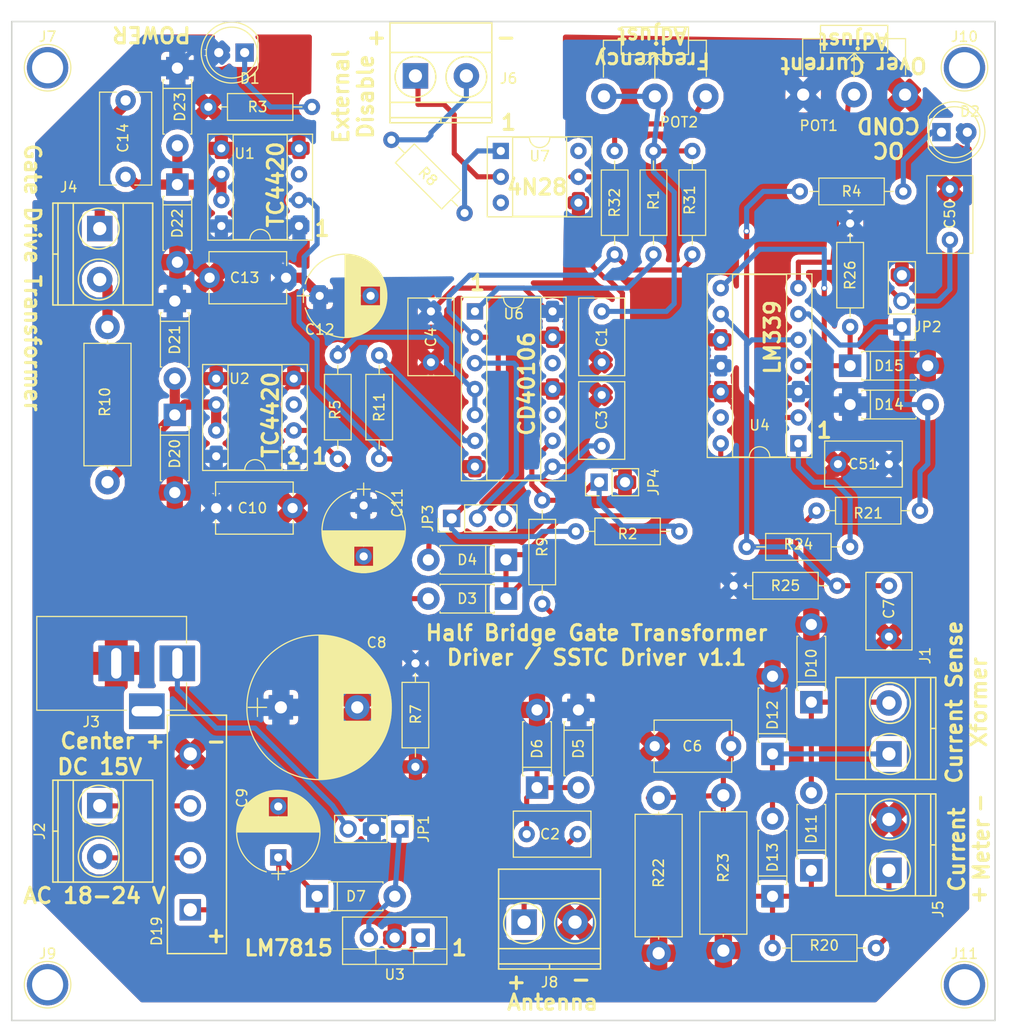
<source format=kicad_pcb>
(kicad_pcb (version 4) (host pcbnew 4.0.7)
  (layers (0 F.Cu signal) (31 B.Cu signal) (34 B.Paste user) (35 F.Paste user) (36 B.SilkS user) (37 F.SilkS user) (38 B.Mask user) (39 F.Mask user) (44 Edge.Cuts user))
  (net 0 "")
  (net 1 "Net-(C1-Pad1)")
  (net 2 GND)
  (net 3 "Net-(C6-Pad1)")
  (net 4 "Net-(C7-Pad1)")
  (net 5 +15V)
  (net 6 "Net-(C9-Pad1)")
  (net 7 "Net-(C14-Pad1)")
  (net 8 "Net-(C14-Pad2)")
  (net 9 "Net-(C50-Pad1)")
  (net 10 "Net-(D10-Pad1)")
  (net 11 "Net-(D12-Pad1)")
  (net 12 "Net-(D14-Pad2)")
  (net 13 "Net-(D15-Pad1)")
  (net 14 "Net-(D19-Pad2)")
  (net 15 "Net-(D20-Pad1)")
  (net 16 "Net-(J5-Pad1)")
  (net 17 "Net-(POT2-Pad3)")
  (net 18 "Net-(R24-Pad2)")
  (net 19 "Net-(J3-Pad1)")
  (net 20 "Net-(J4-Pad2)")
  (net 21 "Net-(D19-Pad4)")
  (net 22 "Net-(D1-Pad1)")
  (net 23 "Net-(D2-Pad1)")
  (net 24 "Net-(J6-Pad1)")
  (net 25 "Net-(C2-Pad1)")
  (net 26 "Net-(C2-Pad2)")
  (net 27 "Net-(C3-Pad1)")
  (net 28 "Net-(J6-Pad2)")
  (net 29 "Net-(JP3-Pad1)")
  (net 30 "Net-(JP3-Pad2)")
  (net 31 "Net-(R8-Pad1)")
  (net 32 "Net-(R11-Pad2)")
  (net 33 "Net-(D3-Pad1)")
  (net 34 "Net-(D3-Pad2)")
  (net 35 "Net-(D4-Pad2)")
  (net 36 "Net-(R5-Pad2)")
  (net 37 "Net-(R4-Pad2)")
  (net 38 "Net-(D7-Pad2)")
  (net 39 "Net-(JP4-Pad1)")
  (net 40 "Net-(R1-Pad2)")
  (module Resistors_THT:R_Axial_DIN0207_L6.3mm_D2.5mm_P10.16mm_Horizontal (layer F.Cu) (at 135.636 93.472 180)
    (fp_text reference R21 (at 5.08 -0.254 180) (layer F.SilkS))
    (fp_text value 1k)
    (pad 1 thru_hole circle (at 0 0 180) (size 1.6 1.6) (drill 0.8) (layers *.Cu *.Mask) (net 12 "Net-(D14-Pad2)"))
    (pad 2 thru_hole oval (at 10.16 0 180) (size 1.6 1.6) (drill 0.8) (layers *.Cu *.Mask) (net 3 "Net-(C6-Pad1)"))
  )
  (module Resistors_THT:R_Axial_DIN0207_L6.3mm_D2.5mm_P10.16mm_Horizontal (layer F.Cu) (at 82.55 88.392 90)
    (fp_text reference R11 (at 5.08 0 90) (layer F.SilkS))
    (fp_text value 10k)
    (pad 1 thru_hole circle (at 0 0 90) (size 1.6 1.6) (drill 0.8) (layers *.Cu *.Mask) (net 35 "Net-(D4-Pad2)"))
    (pad 2 thru_hole oval (at 10.16 0 90) (size 1.6 1.6) (drill 0.8) (layers *.Cu *.Mask) (net 32 "Net-(R11-Pad2)"))
  )
  (module Housings_DIP:DIP-6_W7.62mm_Socket (layer F.Cu) (at 94.488 58.166)
    (fp_text reference U7 (at 3.81 0.508) (layer F.SilkS))
    (fp_text value 4N28)
    (pad 1 thru_hole rect (at 0 0) (size 1.6 1.6) (drill 0.8) (layers *.Cu *.Mask) (net 31 "Net-(R8-Pad1)"))
    (pad 4 thru_hole oval (at 7.62 5.08) (size 1.6 1.6) (drill 0.8) (layers *.Cu *.Mask) (net 2 GND))
    (pad 2 thru_hole oval (at 0 2.54) (size 1.6 1.6) (drill 0.8) (layers *.Cu *.Mask) (net 24 "Net-(J6-Pad1)"))
    (pad 5 thru_hole oval (at 7.62 2.54) (size 1.6 1.6) (drill 0.8) (layers *.Cu *.Mask) (net 33 "Net-(D3-Pad1)"))
    (pad 3 thru_hole oval (at 0 5.08) (size 1.6 1.6) (drill 0.8) (layers *.Cu *.Mask))
    (pad 6 thru_hole oval (at 7.62 0) (size 1.6 1.6) (drill 0.8) (layers *.Cu *.Mask))
  )
  (module TerminalBlocks_Phoenix:TerminalBlock_Phoenix_MKDS1.5-2pol (layer F.Cu) (at 96.774 133.858)
    (fp_text reference J8 (at 2.5 5.9) (layer F.SilkS))
    (fp_text value "Feedback Antenna")
    (pad 1 thru_hole rect (at 0 0) (size 2.5 2.5) (drill 1.3) (layers *.Cu *.Mask) (net 26 "Net-(C2-Pad2)"))
    (pad 2 thru_hole circle (at 5 0) (size 2.5 2.5) (drill 1.3) (layers *.Cu *.Mask) (net 2 GND))
  )
  (module Capacitors_THT:CP_Radial_D14.0mm_P7.50mm (layer F.Cu) (at 72.898 112.776)
    (fp_text reference C8 (at 9.398 -6.35) (layer F.SilkS))
    (fp_text value "100 uF")
    (pad 1 thru_hole rect (at 0 0) (size 2.4 2.4) (drill 1.2) (layers *.Cu *.Mask) (net 5 +15V))
    (pad 2 thru_hole circle (at 7.5 0) (size 2.4 2.4) (drill 1.2) (layers *.Cu *.Mask) (net 2 GND))
  )
  (module Housings_DIP:DIP-8_W7.62mm_Socket (layer F.Cu) (at 74.676 65.532 180)
    (fp_text reference U1 (at 5.334 7.112 180) (layer F.SilkS))
    (fp_text value tc4420)
    (pad 1 thru_hole rect (at 0 0 180) (size 1.6 1.6) (drill 0.8) (layers *.Cu *.Mask) (net 5 +15V))
    (pad 5 thru_hole oval (at 7.62 7.62 180) (size 1.6 1.6) (drill 0.8) (layers *.Cu *.Mask) (net 2 GND))
    (pad 2 thru_hole oval (at 0 2.54 180) (size 1.6 1.6) (drill 0.8) (layers *.Cu *.Mask) (net 35 "Net-(D4-Pad2)"))
    (pad 6 thru_hole oval (at 7.62 5.08 180) (size 1.6 1.6) (drill 0.8) (layers *.Cu *.Mask) (net 7 "Net-(C14-Pad1)"))
    (pad 3 thru_hole oval (at 0 5.08 180) (size 1.6 1.6) (drill 0.8) (layers *.Cu *.Mask))
    (pad 7 thru_hole oval (at 7.62 2.54 180) (size 1.6 1.6) (drill 0.8) (layers *.Cu *.Mask) (net 7 "Net-(C14-Pad1)"))
    (pad 4 thru_hole oval (at 0 7.62 180) (size 1.6 1.6) (drill 0.8) (layers *.Cu *.Mask) (net 2 GND))
    (pad 8 thru_hole oval (at 7.62 0 180) (size 1.6 1.6) (drill 0.8) (layers *.Cu *.Mask) (net 5 +15V))
  )
  (module Housings_DIP:DIP-8_W7.62mm_Socket (layer F.Cu) (at 74.168 88.138 180)
    (fp_text reference U2 (at 5.334 7.62 180) (layer F.SilkS))
    (fp_text value tc4420)
    (pad 1 thru_hole rect (at 0 0 180) (size 1.6 1.6) (drill 0.8) (layers *.Cu *.Mask) (net 5 +15V))
    (pad 5 thru_hole oval (at 7.62 7.62 180) (size 1.6 1.6) (drill 0.8) (layers *.Cu *.Mask) (net 2 GND))
    (pad 2 thru_hole oval (at 0 2.54 180) (size 1.6 1.6) (drill 0.8) (layers *.Cu *.Mask) (net 34 "Net-(D3-Pad2)"))
    (pad 6 thru_hole oval (at 7.62 5.08 180) (size 1.6 1.6) (drill 0.8) (layers *.Cu *.Mask) (net 15 "Net-(D20-Pad1)"))
    (pad 3 thru_hole oval (at 0 5.08 180) (size 1.6 1.6) (drill 0.8) (layers *.Cu *.Mask))
    (pad 7 thru_hole oval (at 7.62 2.54 180) (size 1.6 1.6) (drill 0.8) (layers *.Cu *.Mask) (net 15 "Net-(D20-Pad1)"))
    (pad 4 thru_hole oval (at 0 7.62 180) (size 1.6 1.6) (drill 0.8) (layers *.Cu *.Mask) (net 2 GND))
    (pad 8 thru_hole oval (at 7.62 0 180) (size 1.6 1.6) (drill 0.8) (layers *.Cu *.Mask) (net 5 +15V))
  )
  (module Capacitors_THT:C_Disc_D7.5mm_W4.4mm_P5.00mm (layer F.Cu) (at 104.394 73.914 270)
    (fp_text reference C1 (at 2.54 0 270) (layer F.SilkS))
    (fp_text value "1 nF")
    (pad 1 thru_hole circle (at 0 0 270) (size 1.6 1.6) (drill 0.8) (layers *.Cu *.Mask) (net 1 "Net-(C1-Pad1)"))
    (pad 2 thru_hole circle (at 5 0 270) (size 1.6 1.6) (drill 0.8) (layers *.Cu *.Mask) (net 2 GND))
  )
  (module Capacitors_THT:C_Disc_D7.5mm_W4.4mm_P5.00mm (layer F.Cu) (at 132.588 100.838 270)
    (fp_text reference C7 (at 2.286 0 270) (layer F.SilkS))
    (fp_text value "0.1 uF")
    (pad 1 thru_hole circle (at 0 0 270) (size 1.6 1.6) (drill 0.8) (layers *.Cu *.Mask) (net 4 "Net-(C7-Pad1)"))
    (pad 2 thru_hole circle (at 5 0 270) (size 1.6 1.6) (drill 0.8) (layers *.Cu *.Mask) (net 2 GND))
  )
  (module Diodes_THT:D_DO-41_SOD81_P7.62mm_Horizontal (layer F.Cu) (at 124.968 112.268 90)
    (fp_text reference D10 (at 3.81 0 90) (layer F.SilkS))
    (fp_text value UF4007)
    (pad 1 thru_hole rect (at 0 0 90) (size 2.2 2.2) (drill 1.1) (layers *.Cu *.Mask) (net 10 "Net-(D10-Pad1)"))
    (pad 2 thru_hole oval (at 7.62 0 90) (size 2.2 2.2) (drill 1.1) (layers *.Cu *.Mask) (net 2 GND))
  )
  (module Diodes_THT:D_DO-41_SOD81_P7.62mm_Horizontal (layer F.Cu) (at 124.968 128.778 90)
    (fp_text reference D11 (at 4.064 0 90) (layer F.SilkS))
    (fp_text value UF4007)
    (pad 1 thru_hole rect (at 0 0 90) (size 2.2 2.2) (drill 1.1) (layers *.Cu *.Mask) (net 3 "Net-(C6-Pad1)"))
    (pad 2 thru_hole oval (at 7.62 0 90) (size 2.2 2.2) (drill 1.1) (layers *.Cu *.Mask) (net 10 "Net-(D10-Pad1)"))
  )
  (module Diodes_THT:D_DO-41_SOD81_P7.62mm_Horizontal (layer F.Cu) (at 121.158 117.348 90)
    (fp_text reference D12 (at 3.81 0 90) (layer F.SilkS))
    (fp_text value UF4007)
    (pad 1 thru_hole rect (at 0 0 90) (size 2.2 2.2) (drill 1.1) (layers *.Cu *.Mask) (net 11 "Net-(D12-Pad1)"))
    (pad 2 thru_hole oval (at 7.62 0 90) (size 2.2 2.2) (drill 1.1) (layers *.Cu *.Mask) (net 2 GND))
  )
  (module Diodes_THT:D_DO-41_SOD81_P7.62mm_Horizontal (layer F.Cu) (at 121.158 131.318 90)
    (fp_text reference D13 (at 3.81 0 90) (layer F.SilkS))
    (fp_text value UF4007)
    (pad 1 thru_hole rect (at 0 0 90) (size 2.2 2.2) (drill 1.1) (layers *.Cu *.Mask) (net 3 "Net-(C6-Pad1)"))
    (pad 2 thru_hole oval (at 7.62 0 90) (size 2.2 2.2) (drill 1.1) (layers *.Cu *.Mask) (net 11 "Net-(D12-Pad1)"))
  )
  (module Diodes_THT:D_DO-41_SOD81_P7.62mm_Horizontal (layer F.Cu) (at 128.778 83.058)
    (fp_text reference D14 (at 3.81 0) (layer F.SilkS))
    (fp_text value UF4007)
    (pad 1 thru_hole rect (at 0 0) (size 2.2 2.2) (drill 1.1) (layers *.Cu *.Mask) (net 5 +15V))
    (pad 2 thru_hole oval (at 7.62 0) (size 2.2 2.2) (drill 1.1) (layers *.Cu *.Mask) (net 12 "Net-(D14-Pad2)"))
  )
  (module Diodes_THT:D_DO-41_SOD81_P7.62mm_Horizontal (layer F.Cu) (at 128.778 79.248)
    (fp_text reference D15 (at 3.81 0) (layer F.SilkS))
    (fp_text value 1N4742A)
    (pad 1 thru_hole rect (at 0 0) (size 2.2 2.2) (drill 1.1) (layers *.Cu *.Mask) (net 13 "Net-(D15-Pad1)"))
    (pad 2 thru_hole oval (at 7.62 0) (size 2.2 2.2) (drill 1.1) (layers *.Cu *.Mask) (net 2 GND))
  )
  (module Diodes_THT:Diode_Bridge_18.5x5.5 (layer F.Cu) (at 64.008 117.348 90)
    (fp_text reference D19 (at -17.4 -3.3 90) (layer F.SilkS))
    (fp_text value D_Bridge_-A+A)
    (pad 3 thru_hole rect (at -15.3 0 90) (size 2.1 2.1) (drill 1.3) (layers *.Cu *.Mask) (net 6 "Net-(C9-Pad1)"))
    (pad 2 thru_hole circle (at -10.2 0 90) (size 2.1 2.1) (drill 1.3) (layers *.Cu *.Mask) (net 14 "Net-(D19-Pad2)"))
    (pad 1 thru_hole circle (at 0 0 90) (size 2.1 2.1) (drill 1.3) (layers *.Cu *.Mask) (net 2 GND))
    (pad 4 thru_hole circle (at -5.1 0 90) (size 2.1 2.1) (drill 1.3) (layers *.Cu *.Mask) (net 21 "Net-(D19-Pad4)"))
  )
  (module Diodes_THT:D_DO-41_SOD81_P7.62mm_Horizontal (layer F.Cu) (at 62.484 84.074 270)
    (fp_text reference D20 (at 3.81 0 270) (layer F.SilkS))
    (fp_text value UF4007)
    (pad 1 thru_hole rect (at 0 0 270) (size 2.2 2.2) (drill 1.1) (layers *.Cu *.Mask) (net 15 "Net-(D20-Pad1)"))
    (pad 2 thru_hole oval (at 7.62 0 270) (size 2.2 2.2) (drill 1.1) (layers *.Cu *.Mask) (net 2 GND))
  )
  (module Diodes_THT:D_DO-41_SOD81_P7.62mm_Horizontal (layer F.Cu) (at 62.484 72.898 270)
    (fp_text reference D21 (at 3.81 0 270) (layer F.SilkS))
    (fp_text value UF4007)
    (pad 1 thru_hole rect (at 0 0 270) (size 2.2 2.2) (drill 1.1) (layers *.Cu *.Mask) (net 5 +15V))
    (pad 2 thru_hole oval (at 7.62 0 270) (size 2.2 2.2) (drill 1.1) (layers *.Cu *.Mask) (net 15 "Net-(D20-Pad1)"))
  )
  (module Diodes_THT:D_DO-41_SOD81_P7.62mm_Horizontal (layer F.Cu) (at 62.738 61.468 270)
    (fp_text reference D22 (at 3.81 0 270) (layer F.SilkS))
    (fp_text value UF4007)
    (pad 1 thru_hole rect (at 0 0 270) (size 2.2 2.2) (drill 1.1) (layers *.Cu *.Mask) (net 7 "Net-(C14-Pad1)"))
    (pad 2 thru_hole oval (at 7.62 0 270) (size 2.2 2.2) (drill 1.1) (layers *.Cu *.Mask) (net 2 GND))
  )
  (module Diodes_THT:D_DO-41_SOD81_P7.62mm_Horizontal (layer F.Cu) (at 62.738 50.038 270)
    (fp_text reference D23 (at 3.81 -0.254 270) (layer F.SilkS))
    (fp_text value UF4007)
    (pad 1 thru_hole rect (at 0 0 270) (size 2.2 2.2) (drill 1.1) (layers *.Cu *.Mask) (net 5 +15V))
    (pad 2 thru_hole oval (at 7.62 0 270) (size 2.2 2.2) (drill 1.1) (layers *.Cu *.Mask) (net 7 "Net-(C14-Pad1)"))
  )
  (module TerminalBlocks_Phoenix:TerminalBlock_Phoenix_MKDS1.5-2pol (layer F.Cu) (at 132.588 117.348 90)
    (fp_text reference J1 (at 9.652 3.556 90) (layer F.SilkS))
    (fp_text value "Current Transformer")
    (pad 1 thru_hole rect (at 0 0 90) (size 2.5 2.5) (drill 1.3) (layers *.Cu *.Mask) (net 11 "Net-(D12-Pad1)"))
    (pad 2 thru_hole circle (at 5 0 90) (size 2.5 2.5) (drill 1.3) (layers *.Cu *.Mask) (net 10 "Net-(D10-Pad1)"))
  )
  (module TerminalBlocks_Phoenix:TerminalBlock_Phoenix_MKDS1.5-2pol (layer F.Cu) (at 55.118 122.428 270)
    (fp_text reference J2 (at 2.5 5.9 270) (layer F.SilkS))
    (fp_text value "AC Input 18-24 V")
    (pad 1 thru_hole rect (at 0 0 270) (size 2.5 2.5) (drill 1.3) (layers *.Cu *.Mask) (net 21 "Net-(D19-Pad4)"))
    (pad 2 thru_hole circle (at 5 0 270) (size 2.5 2.5) (drill 1.3) (layers *.Cu *.Mask) (net 14 "Net-(D19-Pad2)"))
  )
  (module TerminalBlocks_Phoenix:TerminalBlock_Phoenix_MKDS1.5-2pol (layer F.Cu) (at 55.118 65.786 270)
    (fp_text reference J4 (at -4.064 3.048 360) (layer F.SilkS))
    (fp_text value "Gate Drive Transformer")
    (pad 1 thru_hole rect (at 0 0 270) (size 2.5 2.5) (drill 1.3) (layers *.Cu *.Mask) (net 8 "Net-(C14-Pad2)"))
    (pad 2 thru_hole circle (at 5 0 270) (size 2.5 2.5) (drill 1.3) (layers *.Cu *.Mask) (net 20 "Net-(J4-Pad2)"))
  )
  (module TerminalBlocks_Phoenix:TerminalBlock_Phoenix_MKDS1.5-2pol (layer F.Cu) (at 132.588 128.778 90)
    (fp_text reference J5 (at -3.81 4.826 90) (layer F.SilkS))
    (fp_text value "Reactive Power Meter")
    (pad 1 thru_hole rect (at 0 0 90) (size 2.5 2.5) (drill 1.3) (layers *.Cu *.Mask) (net 16 "Net-(J5-Pad1)"))
    (pad 2 thru_hole circle (at 5 0 90) (size 2.5 2.5) (drill 1.3) (layers *.Cu *.Mask) (net 2 GND))
  )
  (module Potentiometers:Potentiometer_WirePads (layer F.Cu) (at 124.1679 52.6415 90)
    (fp_text reference POT1 (at -3.048 1.524 360) (layer F.SilkS))
    (fp_text value 100k)
    (pad 2 thru_hole circle (at 0 5 90) (size 2.5 2.5) (drill 1.2) (layers *.Cu *.Mask) (net 9 "Net-(C50-Pad1)"))
    (pad 3 thru_hole circle (at 0 10 90) (size 2.5 2.5) (drill 1.2) (layers *.Cu *.Mask) (net 2 GND))
    (pad 1 thru_hole circle (at 0 0 90) (size 2.5 2.5) (drill 1.2) (layers *.Cu *.Mask) (net 5 +15V))
  )
  (module Potentiometers:Potentiometer_WirePads (layer F.Cu) (at 104.6099 52.8066 90)
    (fp_text reference POT2 (at -2.54 7.366 360) (layer F.SilkS))
    (fp_text value 50k)
    (pad 2 thru_hole circle (at 0 5 90) (size 2.5 2.5) (drill 1.2) (layers *.Cu *.Mask) (net 1 "Net-(C1-Pad1)"))
    (pad 3 thru_hole circle (at 0 10 90) (size 2.5 2.5) (drill 1.2) (layers *.Cu *.Mask) (net 17 "Net-(POT2-Pad3)"))
    (pad 1 thru_hole circle (at 0 0 90) (size 2.5 2.5) (drill 1.2) (layers *.Cu *.Mask) (net 1 "Net-(C1-Pad1)"))
  )
  (module Resistors_THT:R_Axial_DIN0207_L6.3mm_D2.5mm_P10.16mm_Horizontal (layer F.Cu) (at 121.158 136.398)
    (fp_text reference R20 (at 5.08 -0.254) (layer F.SilkS))
    (fp_text value 10k)
    (pad 1 thru_hole circle (at 0 0) (size 1.6 1.6) (drill 0.8) (layers *.Cu *.Mask) (net 3 "Net-(C6-Pad1)"))
    (pad 2 thru_hole oval (at 10.16 0) (size 1.6 1.6) (drill 0.8) (layers *.Cu *.Mask) (net 16 "Net-(J5-Pad1)"))
  )
  (module Resistors_THT:R_Axial_DIN0207_L6.3mm_D2.5mm_P10.16mm_Horizontal (layer F.Cu) (at 118.618 97.028)
    (fp_text reference R24 (at 5.08 -0.254) (layer F.SilkS))
    (fp_text value 100)
    (pad 1 thru_hole circle (at 0 0) (size 1.6 1.6) (drill 0.8) (layers *.Cu *.Mask) (net 4 "Net-(C7-Pad1)"))
    (pad 2 thru_hole oval (at 10.16 0) (size 1.6 1.6) (drill 0.8) (layers *.Cu *.Mask) (net 18 "Net-(R24-Pad2)"))
  )
  (module Resistors_THT:R_Axial_DIN0207_L6.3mm_D2.5mm_P10.16mm_Horizontal (layer F.Cu) (at 117.348 100.838)
    (fp_text reference R25 (at 5.08 0) (layer F.SilkS))
    (fp_text value 1M)
    (pad 1 thru_hole circle (at 0 0) (size 1.6 1.6) (drill 0.8) (layers *.Cu *.Mask) (net 5 +15V))
    (pad 2 thru_hole oval (at 10.16 0) (size 1.6 1.6) (drill 0.8) (layers *.Cu *.Mask) (net 4 "Net-(C7-Pad1)"))
  )
  (module Resistors_THT:R_Axial_DIN0207_L6.3mm_D2.5mm_P10.16mm_Horizontal (layer F.Cu) (at 128.778 65.278 270)
    (fp_text reference R26 (at 5.08 0 270) (layer F.SilkS))
    (fp_text value 10k)
    (pad 1 thru_hole circle (at 0 0 270) (size 1.6 1.6) (drill 0.8) (layers *.Cu *.Mask) (net 5 +15V))
    (pad 2 thru_hole oval (at 10.16 0 270) (size 1.6 1.6) (drill 0.8) (layers *.Cu *.Mask) (net 13 "Net-(D15-Pad1)"))
  )
  (module Resistors_THT:R_Axial_DIN0207_L6.3mm_D2.5mm_P10.16mm_Horizontal (layer F.Cu) (at 113.284 58.166 270)
    (fp_text reference R31 (at 4.826 0.254 270) (layer F.SilkS))
    (fp_text value 100k)
    (pad 1 thru_hole circle (at 0 0 270) (size 1.6 1.6) (drill 0.8) (layers *.Cu *.Mask) (net 1 "Net-(C1-Pad1)"))
    (pad 2 thru_hole oval (at 10.16 0 270) (size 1.6 1.6) (drill 0.8) (layers *.Cu *.Mask) (net 29 "Net-(JP3-Pad1)"))
  )
  (module Resistors_THT:R_Axial_DIN0207_L6.3mm_D2.5mm_P10.16mm_Horizontal (layer F.Cu) (at 105.664 58.166 270)
    (fp_text reference R32 (at 5.08 0 270) (layer F.SilkS))
    (fp_text value 10k)
    (pad 1 thru_hole circle (at 0 0 270) (size 1.6 1.6) (drill 0.8) (layers *.Cu *.Mask) (net 17 "Net-(POT2-Pad3)"))
    (pad 2 thru_hole oval (at 10.16 0 270) (size 1.6 1.6) (drill 0.8) (layers *.Cu *.Mask) (net 29 "Net-(JP3-Pad1)"))
  )
  (module Connectors:BARREL_JACK (layer F.Cu) (at 62.738 108.458)
    (fp_text reference J3 (at -8.45 5.75 180) (layer F.SilkS))
    (fp_text value Barrel_Jack)
    (pad 1 thru_hole rect (at 0 0) (size 3.5 3.5) (drill oval 1 3) (layers *.Cu *.Mask) (net 19 "Net-(J3-Pad1)"))
    (pad 2 thru_hole rect (at -6 0) (size 3.5 3.5) (drill oval 1 3) (layers *.Cu *.Mask) (net 2 GND))
    (pad 3 thru_hole rect (at -3 4.7) (size 3.5 3.5) (drill oval 3 1) (layers *.Cu *.Mask))
  )
  (module Pin_Headers:Pin_Header_Straight_1x03_Pitch2.54mm (layer F.Cu) (at 84.582 124.714 270)
    (fp_text reference JP1 (at 0 -2.33 270) (layer F.SilkS))
    (fp_text value Jumper_NC_Dual)
    (pad 1 thru_hole rect (at 0 0 270) (size 1.7 1.7) (drill 1) (layers *.Cu *.Mask) (net 38 "Net-(D7-Pad2)"))
    (pad 2 thru_hole oval (at 0 2.54 270) (size 1.7 1.7) (drill 1) (layers *.Cu *.Mask) (net 5 +15V))
    (pad 3 thru_hole oval (at 0 5.08 270) (size 1.7 1.7) (drill 1) (layers *.Cu *.Mask) (net 19 "Net-(J3-Pad1)"))
  )
  (module Housings_DIP:DIP-14_W7.62mm_Socket (layer F.Cu) (at 123.698 86.868 180)
    (fp_text reference U4 (at 3.81 1.778 180) (layer F.SilkS))
    (fp_text value LM339)
    (pad 1 thru_hole rect (at 0 0 180) (size 1.6 1.6) (drill 0.8) (layers *.Cu *.Mask) (net 18 "Net-(R24-Pad2)"))
    (pad 8 thru_hole oval (at 7.62 15.24 180) (size 1.6 1.6) (drill 0.8) (layers *.Cu *.Mask) (net 13 "Net-(D15-Pad1)"))
    (pad 2 thru_hole oval (at 0 2.54 180) (size 1.6 1.6) (drill 0.8) (layers *.Cu *.Mask) (net 37 "Net-(R4-Pad2)"))
    (pad 9 thru_hole oval (at 7.62 12.7 180) (size 1.6 1.6) (drill 0.8) (layers *.Cu *.Mask) (net 4 "Net-(C7-Pad1)"))
    (pad 3 thru_hole oval (at 0 5.08 180) (size 1.6 1.6) (drill 0.8) (layers *.Cu *.Mask) (net 5 +15V))
    (pad 10 thru_hole oval (at 7.62 10.16 180) (size 1.6 1.6) (drill 0.8) (layers *.Cu *.Mask) (net 2 GND))
    (pad 4 thru_hole oval (at 0 7.62 180) (size 1.6 1.6) (drill 0.8) (layers *.Cu *.Mask) (net 13 "Net-(D15-Pad1)"))
    (pad 11 thru_hole oval (at 7.62 7.62 180) (size 1.6 1.6) (drill 0.8) (layers *.Cu *.Mask) (net 5 +15V))
    (pad 5 thru_hole oval (at 0 10.16 180) (size 1.6 1.6) (drill 0.8) (layers *.Cu *.Mask) (net 4 "Net-(C7-Pad1)"))
    (pad 12 thru_hole oval (at 7.62 5.08 180) (size 1.6 1.6) (drill 0.8) (layers *.Cu *.Mask) (net 2 GND))
    (pad 6 thru_hole oval (at 0 12.7 180) (size 1.6 1.6) (drill 0.8) (layers *.Cu *.Mask) (net 12 "Net-(D14-Pad2)"))
    (pad 13 thru_hole oval (at 7.62 2.54 180) (size 1.6 1.6) (drill 0.8) (layers *.Cu *.Mask))
    (pad 7 thru_hole oval (at 0 15.24 180) (size 1.6 1.6) (drill 0.8) (layers *.Cu *.Mask) (net 9 "Net-(C50-Pad1)"))
    (pad 14 thru_hole oval (at 7.62 0 180) (size 1.6 1.6) (drill 0.8) (layers *.Cu *.Mask) (net 33 "Net-(D3-Pad1)"))
  )
  (module TO_SOT_Packages_THT:TO-220-3_Vertical (layer F.Cu) (at 86.614 135.382 180)
    (fp_text reference U3 (at 2.54 -3.62 180) (layer F.SilkS))
    (fp_text value LM7815_TO220)
    (pad 1 thru_hole rect (at 0 0 180) (size 1.8 1.8) (drill 1) (layers *.Cu *.Mask) (net 6 "Net-(C9-Pad1)"))
    (pad 2 thru_hole oval (at 2.54 0 180) (size 1.8 1.8) (drill 1) (layers *.Cu *.Mask) (net 2 GND))
    (pad 3 thru_hole oval (at 5.08 0 180) (size 1.8 1.8) (drill 1) (layers *.Cu *.Mask) (net 38 "Net-(D7-Pad2)"))
  )
  (module Capacitors_THT:C_Disc_D9.0mm_W5.0mm_P7.50mm (layer F.Cu) (at 57.658 60.706 90)
    (fp_text reference C14 (at 3.81 -0.254 90) (layer F.SilkS))
    (fp_text value "1 uF")
    (pad 1 thru_hole circle (at 0 0 90) (size 2 2) (drill 1) (layers *.Cu *.Mask) (net 7 "Net-(C14-Pad1)"))
    (pad 2 thru_hole circle (at 7.5 0 90) (size 2 2) (drill 1) (layers *.Cu *.Mask) (net 8 "Net-(C14-Pad2)"))
  )
  (module LEDs:LED_D5.0mm (layer F.Cu) (at 69.342 48.514 180)
    (fp_text reference D1 (at -0.508 -2.54 180) (layer F.SilkS))
    (fp_text value LED)
    (pad 1 thru_hole rect (at 0 0 180) (size 1.8 1.8) (drill 0.9) (layers *.Cu *.Mask) (net 22 "Net-(D1-Pad1)"))
    (pad 2 thru_hole circle (at 2.54 0 180) (size 1.8 1.8) (drill 0.9) (layers *.Cu *.Mask) (net 5 +15V))
  )
  (module LEDs:LED_D5.0mm (layer F.Cu) (at 137.7442 56.3245)
    (fp_text reference D2 (at 2.794 -2.032) (layer F.SilkS))
    (fp_text value LED)
    (pad 1 thru_hole rect (at 0 0) (size 1.8 1.8) (drill 0.9) (layers *.Cu *.Mask) (net 23 "Net-(D2-Pad1)"))
    (pad 2 thru_hole circle (at 2.54 0) (size 1.8 1.8) (drill 0.9) (layers *.Cu *.Mask) (net 5 +15V))
  )
  (module Resistors_THT:R_Axial_DIN0207_L6.3mm_D2.5mm_P10.16mm_Horizontal (layer F.Cu) (at 65.786 53.848)
    (fp_text reference R3 (at 4.826 0) (layer F.SilkS))
    (fp_text value 1k)
    (pad 1 thru_hole circle (at 0 0) (size 1.6 1.6) (drill 0.8) (layers *.Cu *.Mask) (net 2 GND))
    (pad 2 thru_hole oval (at 10.16 0) (size 1.6 1.6) (drill 0.8) (layers *.Cu *.Mask) (net 22 "Net-(D1-Pad1)"))
  )
  (module Resistors_THT:R_Axial_DIN0207_L6.3mm_D2.5mm_P10.16mm_Horizontal (layer F.Cu) (at 133.9977 62.1411 180)
    (fp_text reference R4 (at 5.08 0 180) (layer F.SilkS))
    (fp_text value 3.3k)
    (pad 1 thru_hole circle (at 0 0 180) (size 1.6 1.6) (drill 0.8) (layers *.Cu *.Mask) (net 23 "Net-(D2-Pad1)"))
    (pad 2 thru_hole oval (at 10.16 0 180) (size 1.6 1.6) (drill 0.8) (layers *.Cu *.Mask) (net 37 "Net-(R4-Pad2)"))
  )
  (module Pin_Headers:Pin_Header_Straight_1x03_Pitch2.54mm (layer F.Cu) (at 133.858 75.438 180)
    (fp_text reference JP2 (at -2.54 0 180) (layer F.SilkS))
    (fp_text value Jumper_NC_Dual)
    (pad 1 thru_hole rect (at 0 0 180) (size 1.7 1.7) (drill 1) (layers *.Cu *.Mask) (net 12 "Net-(D14-Pad2)"))
    (pad 2 thru_hole oval (at 0 2.54 180) (size 1.7 1.7) (drill 1) (layers *.Cu *.Mask) (net 9 "Net-(C50-Pad1)"))
    (pad 3 thru_hole oval (at 0 5.08 180) (size 1.7 1.7) (drill 1) (layers *.Cu *.Mask) (net 2 GND))
  )
  (module TerminalBlocks_Phoenix:TerminalBlock_Phoenix_MKDS1.5-2pol (layer F.Cu) (at 86.106 50.8)
    (fp_text reference J6 (at 9.144 0.254) (layer F.SilkS))
    (fp_text value "External Disable Optocoupler")
    (pad 1 thru_hole rect (at 0 0) (size 2.5 2.5) (drill 1.3) (layers *.Cu *.Mask) (net 24 "Net-(J6-Pad1)"))
    (pad 2 thru_hole circle (at 5 0) (size 2.5 2.5) (drill 1.3) (layers *.Cu *.Mask) (net 28 "Net-(J6-Pad2)"))
  )
  (module Resistors_THT:R_Axial_DIN0207_L6.3mm_D2.5mm_P10.16mm_Horizontal (layer F.Cu) (at 78.486 88.392 90)
    (fp_text reference R5 (at 4.826 -0.254 90) (layer F.SilkS))
    (fp_text value 10k)
    (pad 1 thru_hole circle (at 0 0 90) (size 1.6 1.6) (drill 0.8) (layers *.Cu *.Mask) (net 34 "Net-(D3-Pad2)"))
    (pad 2 thru_hole oval (at 10.16 0 90) (size 1.6 1.6) (drill 0.8) (layers *.Cu *.Mask) (net 36 "Net-(R5-Pad2)"))
  )
  (module Resistors_THT:R_Axial_DIN0207_L6.3mm_D2.5mm_P10.16mm_Horizontal (layer F.Cu) (at 86.106 108.458 270)
    (fp_text reference R7 (at 5.0038 -0.0381 270) (layer F.SilkS))
    (fp_text value 10k)
    (pad 1 thru_hole circle (at 0 0 270) (size 1.6 1.6) (drill 0.8) (layers *.Cu *.Mask) (net 5 +15V))
    (pad 2 thru_hole oval (at 10.16 0 270) (size 1.6 1.6) (drill 0.8) (layers *.Cu *.Mask) (net 2 GND))
  )
  (module Capacitors_THT:CP_Radial_D8.0mm_P5.00mm (layer F.Cu) (at 72.644 127.508 90)
    (fp_text reference C9 (at 5.842 -3.556 90) (layer F.SilkS))
    (fp_text value "10 uF")
    (pad 1 thru_hole rect (at 0 0 90) (size 1.6 1.6) (drill 0.8) (layers *.Cu *.Mask) (net 6 "Net-(C9-Pad1)"))
    (pad 2 thru_hole circle (at 5 0 90) (size 1.6 1.6) (drill 0.8) (layers *.Cu *.Mask) (net 2 GND))
  )
  (module Capacitors_THT:CP_Radial_D8.0mm_P5.00mm (layer F.Cu) (at 81.026 92.964 270)
    (fp_text reference C11 (at -0.254 -3.302 270) (layer F.SilkS))
    (fp_text value "1 uF")
    (pad 1 thru_hole rect (at 0 0 270) (size 1.6 1.6) (drill 0.8) (layers *.Cu *.Mask) (net 5 +15V))
    (pad 2 thru_hole circle (at 5 0 270) (size 1.6 1.6) (drill 0.8) (layers *.Cu *.Mask) (net 2 GND))
  )
  (module Capacitors_THT:CP_Radial_D8.0mm_P5.00mm (layer F.Cu) (at 76.708 72.39)
    (fp_text reference C12 (at 0 3.302) (layer F.SilkS))
    (fp_text value "1 uF")
    (pad 1 thru_hole rect (at 0 0) (size 1.6 1.6) (drill 0.8) (layers *.Cu *.Mask) (net 5 +15V))
    (pad 2 thru_hole circle (at 5 0) (size 1.6 1.6) (drill 0.8) (layers *.Cu *.Mask) (net 2 GND))
  )
  (module Capacitors_THT:C_Disc_D7.5mm_W4.4mm_P5.00mm (layer F.Cu) (at 97.028 125.222)
    (fp_text reference C2 (at 2.286 0) (layer F.SilkS))
    (fp_text value "0.1 uF")
    (pad 1 thru_hole circle (at 0 0) (size 1.6 1.6) (drill 0.8) (layers *.Cu *.Mask) (net 25 "Net-(C2-Pad1)"))
    (pad 2 thru_hole circle (at 5 0) (size 1.6 1.6) (drill 0.8) (layers *.Cu *.Mask) (net 26 "Net-(C2-Pad2)"))
  )
  (module Diodes_THT:D_DO-41_SOD81_P7.62mm_Horizontal (layer F.Cu) (at 102.108 113.03 270)
    (fp_text reference D5 (at 3.81 0 270) (layer F.SilkS))
    (fp_text value UF4007)
    (pad 1 thru_hole rect (at 0 0 270) (size 2.2 2.2) (drill 1.1) (layers *.Cu *.Mask) (net 5 +15V))
    (pad 2 thru_hole oval (at 7.62 0 270) (size 2.2 2.2) (drill 1.1) (layers *.Cu *.Mask) (net 25 "Net-(C2-Pad1)"))
  )
  (module Diodes_THT:D_DO-41_SOD81_P7.62mm_Horizontal (layer F.Cu) (at 98.044 120.65 90)
    (fp_text reference D6 (at 3.81 0 90) (layer F.SilkS))
    (fp_text value UF4007)
    (pad 1 thru_hole rect (at 0 0 90) (size 2.2 2.2) (drill 1.1) (layers *.Cu *.Mask) (net 25 "Net-(C2-Pad1)"))
    (pad 2 thru_hole oval (at 7.62 0 90) (size 2.2 2.2) (drill 1.1) (layers *.Cu *.Mask) (net 2 GND))
  )
  (module Pin_Headers:Pin_Header_Straight_1x03_Pitch2.54mm (layer F.Cu) (at 89.662 94.234 90)
    (fp_text reference JP3 (at 0 -2.33 90) (layer F.SilkS))
    (fp_text value Jumper_NC_Dual)
    (pad 1 thru_hole rect (at 0 0 90) (size 1.7 1.7) (drill 1) (layers *.Cu *.Mask) (net 29 "Net-(JP3-Pad1)"))
    (pad 2 thru_hole oval (at 0 2.54 90) (size 1.7 1.7) (drill 1) (layers *.Cu *.Mask) (net 30 "Net-(JP3-Pad2)"))
    (pad 3 thru_hole oval (at 0 5.08 90) (size 1.7 1.7) (drill 1) (layers *.Cu *.Mask) (net 27 "Net-(C3-Pad1)"))
  )
  (module Resistors_THT:R_Axial_DIN0207_L6.3mm_D2.5mm_P10.16mm_Horizontal (layer F.Cu) (at 90.932 64.262 135)
    (fp_text reference R8 (at 5.08 0 135) (layer F.SilkS))
    (fp_text value 1k)
    (pad 1 thru_hole circle (at 0 0 135) (size 1.6 1.6) (drill 0.8) (layers *.Cu *.Mask) (net 31 "Net-(R8-Pad1)"))
    (pad 2 thru_hole oval (at 10.16 0 135) (size 1.6 1.6) (drill 0.8) (layers *.Cu *.Mask) (net 28 "Net-(J6-Pad2)"))
  )
  (module Resistors_THT:R_Axial_DIN0207_L6.3mm_D2.5mm_P10.16mm_Horizontal (layer F.Cu) (at 98.552 92.456 270)
    (fp_text reference R9 (at 4.572 0 270) (layer F.SilkS))
    (fp_text value 1k)
    (pad 1 thru_hole circle (at 0 0 270) (size 1.6 1.6) (drill 0.8) (layers *.Cu *.Mask) (net 39 "Net-(JP4-Pad1)"))
    (pad 2 thru_hole oval (at 10.16 0 270) (size 1.6 1.6) (drill 0.8) (layers *.Cu *.Mask) (net 25 "Net-(C2-Pad1)"))
  )
  (module Housings_DIP:DIP-14_W7.62mm_Socket (layer F.Cu) (at 91.948 73.914)
    (fp_text reference U6 (at 3.81 0.254) (layer F.SilkS))
    (fp_text value 40106)
    (pad 1 thru_hole rect (at 0 0) (size 1.6 1.6) (drill 0.8) (layers *.Cu *.Mask) (net 40 "Net-(R1-Pad2)"))
    (pad 8 thru_hole oval (at 7.62 15.24) (size 1.6 1.6) (drill 0.8) (layers *.Cu *.Mask) (net 27 "Net-(C3-Pad1)"))
    (pad 2 thru_hole oval (at 0 2.54) (size 1.6 1.6) (drill 0.8) (layers *.Cu *.Mask) (net 29 "Net-(JP3-Pad1)"))
    (pad 9 thru_hole oval (at 7.62 12.7) (size 1.6 1.6) (drill 0.8) (layers *.Cu *.Mask) (net 39 "Net-(JP4-Pad1)"))
    (pad 3 thru_hole oval (at 0 5.08) (size 1.6 1.6) (drill 0.8) (layers *.Cu *.Mask) (net 30 "Net-(JP3-Pad2)"))
    (pad 10 thru_hole oval (at 7.62 10.16) (size 1.6 1.6) (drill 0.8) (layers *.Cu *.Mask))
    (pad 4 thru_hole oval (at 0 7.62) (size 1.6 1.6) (drill 0.8) (layers *.Cu *.Mask) (net 36 "Net-(R5-Pad2)"))
    (pad 11 thru_hole oval (at 7.62 7.62) (size 1.6 1.6) (drill 0.8) (layers *.Cu *.Mask) (net 2 GND))
    (pad 5 thru_hole oval (at 0 10.16) (size 1.6 1.6) (drill 0.8) (layers *.Cu *.Mask) (net 36 "Net-(R5-Pad2)"))
    (pad 12 thru_hole oval (at 7.62 5.08) (size 1.6 1.6) (drill 0.8) (layers *.Cu *.Mask))
    (pad 6 thru_hole oval (at 0 12.7) (size 1.6 1.6) (drill 0.8) (layers *.Cu *.Mask) (net 32 "Net-(R11-Pad2)"))
    (pad 13 thru_hole oval (at 7.62 2.54) (size 1.6 1.6) (drill 0.8) (layers *.Cu *.Mask) (net 2 GND))
    (pad 7 thru_hole oval (at 0 15.24) (size 1.6 1.6) (drill 0.8) (layers *.Cu *.Mask) (net 2 GND))
    (pad 14 thru_hole oval (at 7.62 0) (size 1.6 1.6) (drill 0.8) (layers *.Cu *.Mask) (net 5 +15V))
  )
  (module Capacitors_THT:C_Disc_D7.5mm_W4.4mm_P5.00mm (layer F.Cu) (at 138.5697 66.9036 90)
    (fp_text reference C50 (at 2.54 0 90) (layer F.SilkS))
    (fp_text value "0.1 uF")
    (pad 1 thru_hole circle (at 0 0 90) (size 1.6 1.6) (drill 0.8) (layers *.Cu *.Mask) (net 9 "Net-(C50-Pad1)"))
    (pad 2 thru_hole circle (at 5 0 90) (size 1.6 1.6) (drill 0.8) (layers *.Cu *.Mask) (net 2 GND))
  )
  (module Capacitors_THT:C_Disc_D7.5mm_W4.4mm_P5.00mm (layer F.Cu) (at 87.63 73.914 270)
    (fp_text reference C4 (at 2.54 0 270) (layer F.SilkS))
    (fp_text value "0.1 uF")
    (pad 1 thru_hole circle (at 0 0 270) (size 1.6 1.6) (drill 0.8) (layers *.Cu *.Mask) (net 5 +15V))
    (pad 2 thru_hole circle (at 5 0 270) (size 1.6 1.6) (drill 0.8) (layers *.Cu *.Mask) (net 2 GND))
  )
  (module Diodes_THT:D_DO-41_SOD81_P7.62mm_Horizontal (layer F.Cu) (at 94.996 102.108 180)
    (fp_text reference D3 (at 3.81 0 180) (layer F.SilkS))
    (fp_text value 1N4148)
    (pad 1 thru_hole rect (at 0 0 180) (size 2.2 2.2) (drill 1.1) (layers *.Cu *.Mask) (net 33 "Net-(D3-Pad1)"))
    (pad 2 thru_hole oval (at 7.62 0 180) (size 2.2 2.2) (drill 1.1) (layers *.Cu *.Mask) (net 34 "Net-(D3-Pad2)"))
  )
  (module Diodes_THT:D_DO-41_SOD81_P7.62mm_Horizontal (layer F.Cu) (at 94.996 98.298 180)
    (fp_text reference D4 (at 3.81 0 180) (layer F.SilkS))
    (fp_text value 1N4148)
    (pad 1 thru_hole rect (at 0 0 180) (size 2.2 2.2) (drill 1.1) (layers *.Cu *.Mask) (net 33 "Net-(D3-Pad1)"))
    (pad 2 thru_hole oval (at 7.62 0 180) (size 2.2 2.2) (drill 1.1) (layers *.Cu *.Mask) (net 35 "Net-(D4-Pad2)"))
  )
  (module Capacitors_THT:C_Disc_D7.5mm_W4.4mm_P5.00mm (layer F.Cu) (at 104.394 87.122 90)
    (fp_text reference C3 (at 2.54 0 90) (layer F.SilkS))
    (fp_text value "100 pF")
    (pad 1 thru_hole circle (at 0 0 90) (size 1.6 1.6) (drill 0.8) (layers *.Cu *.Mask) (net 27 "Net-(C3-Pad1)"))
    (pad 2 thru_hole circle (at 5 0 90) (size 1.6 1.6) (drill 0.8) (layers *.Cu *.Mask) (net 2 GND))
  )
  (module Connectors:1pin (layer F.Cu) (at 50 50)
    (fp_text reference J7 (at 0 -3.048) (layer F.SilkS))
    (fp_text value Conn_01x01)
    (pad 1 thru_hole circle (at 0 0) (size 4.064 4.064) (drill 3.048) (layers *.Cu *.Mask))
  )
  (module Connectors:1pin (layer F.Cu) (at 50 140)
    (fp_text reference J9 (at 0 -3.048) (layer F.SilkS))
    (fp_text value Conn_01x01)
    (pad 1 thru_hole circle (at 0 0) (size 4.064 4.064) (drill 3.048) (layers *.Cu *.Mask))
  )
  (module Connectors:1pin (layer F.Cu) (at 140 50)
    (fp_text reference J10 (at 0 -3.048) (layer F.SilkS))
    (fp_text value Conn_01x01)
    (pad 1 thru_hole circle (at 0 0) (size 4.064 4.064) (drill 3.048) (layers *.Cu *.Mask))
  )
  (module Connectors:1pin (layer F.Cu) (at 140 140)
    (fp_text reference J11 (at 0 -3.048) (layer F.SilkS))
    (fp_text value Conn_01x01)
    (pad 1 thru_hole circle (at 0 0) (size 4.064 4.064) (drill 3.048) (layers *.Cu *.Mask))
  )
  (module Capacitors_THT:C_Disc_D7.5mm_W4.4mm_P5.00mm (layer F.Cu) (at 132.588 88.9 180)
    (fp_text reference C51 (at 2.54 0 180) (layer F.SilkS))
    (fp_text value "0.1 uF")
    (pad 1 thru_hole circle (at 0 0 180) (size 1.6 1.6) (drill 0.8) (layers *.Cu *.Mask) (net 5 +15V))
    (pad 2 thru_hole circle (at 5 0 180) (size 1.6 1.6) (drill 0.8) (layers *.Cu *.Mask) (net 2 GND))
  )
  (module Diodes_THT:D_DO-41_SOD81_P7.62mm_Horizontal (layer F.Cu) (at 76.454 131.318)
    (fp_text reference D7 (at 3.81 0) (layer F.SilkS))
    (fp_text value UF4007)
    (pad 1 thru_hole rect (at 0 0) (size 2.2 2.2) (drill 1.1) (layers *.Cu *.Mask) (net 6 "Net-(C9-Pad1)"))
    (pad 2 thru_hole oval (at 7.62 0) (size 2.2 2.2) (drill 1.1) (layers *.Cu *.Mask) (net 38 "Net-(D7-Pad2)"))
  )
  (module Pin_Headers:Pin_Header_Straight_1x02_Pitch2.54mm (layer F.Cu) (at 104.14 90.678 90)
    (fp_text reference JP4 (at 0 5.334 90) (layer F.SilkS))
    (fp_text value Jumper_NO_Small)
    (pad 1 thru_hole rect (at 0 0 90) (size 1.7 1.7) (drill 1) (layers *.Cu *.Mask) (net 39 "Net-(JP4-Pad1)"))
    (pad 2 thru_hole oval (at 0 2.54 90) (size 1.7 1.7) (drill 1) (layers *.Cu *.Mask) (net 2 GND))
  )
  (module Resistors_THT:R_Axial_DIN0207_L6.3mm_D2.5mm_P10.16mm_Horizontal (layer F.Cu) (at 109.474 58.166 270)
    (fp_text reference R1 (at 4.826 0 270) (layer F.SilkS))
    (fp_text value 10k)
    (pad 1 thru_hole circle (at 0 0 270) (size 1.6 1.6) (drill 0.8) (layers *.Cu *.Mask) (net 1 "Net-(C1-Pad1)"))
    (pad 2 thru_hole oval (at 10.16 0 270) (size 1.6 1.6) (drill 0.8) (layers *.Cu *.Mask) (net 40 "Net-(R1-Pad2)"))
  )
  (module Capacitors_THT:C_Disc_D7.5mm_W5.0mm_P7.50mm (layer F.Cu) (at 66.548 93.218)
    (fp_text reference C10 (at 3.556 0) (layer F.SilkS))
    (fp_text value "1 uF")
    (pad 1 thru_hole circle (at 0 0) (size 2 2) (drill 1) (layers *.Cu *.Mask) (net 5 +15V))
    (pad 2 thru_hole circle (at 7.5 0) (size 2 2) (drill 1) (layers *.Cu *.Mask) (net 2 GND))
  )
  (module Capacitors_THT:C_Disc_D7.5mm_W5.0mm_P7.50mm (layer F.Cu) (at 73.406 70.612 180)
    (fp_text reference C13 (at 4.064 0 180) (layer F.SilkS))
    (fp_text value "1 uF")
    (pad 1 thru_hole circle (at 0 0 180) (size 2 2) (drill 1) (layers *.Cu *.Mask) (net 5 +15V))
    (pad 2 thru_hole circle (at 7.5 0 180) (size 2 2) (drill 1) (layers *.Cu *.Mask) (net 2 GND))
  )
  (module Resistors_THT:R_Axial_DIN0414_L11.9mm_D4.5mm_P15.24mm_Horizontal (layer F.Cu) (at 55.88 90.678 90)
    (fp_text reference R10 (at 7.874 -0.254 90) (layer F.SilkS))
    (fp_text value 3.3)
    (pad 1 thru_hole circle (at 0 0 90) (size 2.4 2.4) (drill 1.2) (layers *.Cu *.Mask) (net 15 "Net-(D20-Pad1)"))
    (pad 2 thru_hole oval (at 15.24 0 90) (size 2.4 2.4) (drill 1.2) (layers *.Cu *.Mask) (net 20 "Net-(J4-Pad2)"))
  )
  (module Resistors_THT:R_Axial_DIN0414_L11.9mm_D4.5mm_P15.24mm_Horizontal (layer F.Cu) (at 109.982 121.666 270)
    (fp_text reference R22 (at 7.366 0 270) (layer F.SilkS))
    (fp_text value 10)
    (pad 1 thru_hole circle (at 0 0 270) (size 2.4 2.4) (drill 1.2) (layers *.Cu *.Mask) (net 3 "Net-(C6-Pad1)"))
    (pad 2 thru_hole oval (at 15.24 0 270) (size 2.4 2.4) (drill 1.2) (layers *.Cu *.Mask) (net 2 GND))
  )
  (module Resistors_THT:R_Axial_DIN0414_L11.9mm_D4.5mm_P15.24mm_Horizontal (layer F.Cu) (at 116.332 121.412 270)
    (fp_text reference R23 (at 7.112 0 270) (layer F.SilkS))
    (fp_text value 10)
    (pad 1 thru_hole circle (at 0 0 270) (size 2.4 2.4) (drill 1.2) (layers *.Cu *.Mask) (net 3 "Net-(C6-Pad1)"))
    (pad 2 thru_hole oval (at 15.24 0 270) (size 2.4 2.4) (drill 1.2) (layers *.Cu *.Mask) (net 2 GND))
  )
  (module Capacitors_THT:C_Disc_D7.5mm_W5.0mm_P7.50mm (layer F.Cu) (at 117.094 116.586 180)
    (fp_text reference C6 (at 3.81 0 180) (layer F.SilkS))
    (fp_text value "3.3 nF")
    (pad 1 thru_hole circle (at 0 0 180) (size 2 2) (drill 1) (layers *.Cu *.Mask) (net 3 "Net-(C6-Pad1)"))
    (pad 2 thru_hole circle (at 7.5 0 180) (size 2 2) (drill 1) (layers *.Cu *.Mask) (net 2 GND))
  )
  (module Resistors_THT:R_Axial_DIN0207_L6.3mm_D2.5mm_P10.16mm_Horizontal (layer F.Cu) (at 112.014 95.504 180)
    (fp_text reference R2 (at 5.08 -0.254 180) (layer F.SilkS))
    (fp_text value 1M)
    (pad 1 thru_hole circle (at 0 0 180) (size 1.6 1.6) (drill 0.8) (layers *.Cu *.Mask) (net 39 "Net-(JP4-Pad1)"))
    (pad 2 thru_hole oval (at 10.16 0 180) (size 1.6 1.6) (drill 0.8) (layers *.Cu *.Mask) (net 29 "Net-(JP3-Pad1)"))
  )
  (gr_text "OC\nCOND" (at 132.5499 56.8833 180) (layer F.SilkS) (effects (font (size 1.5 1.5) (thickness 0.3))))
  (gr_text POWER (at 60.198 46.736 180) (layer F.SilkS) (effects (font (size 1.5 1.5) (thickness 0.3))))
  (gr_text + (at 96.012 139.7) (layer F.SilkS) (effects (font (size 1.5 1.5) (thickness 0.3))))
  (gr_text - (at 102.362 139.446) (layer F.SilkS) (effects (font (size 1.5 1.5) (thickness 0.3))))
  (gr_line (start 46.482 143.51) (end 46.482 45.466) (angle 90) (layer Edge.Cuts) (width 0.15))
  (gr_line (start 143.002 143.51) (end 46.482 143.51) (angle 90) (layer Edge.Cuts) (width 0.15))
  (gr_line (start 143.002 45.466) (end 143.002 143.51) (angle 90) (layer Edge.Cuts) (width 0.15))
  (gr_line (start 46.482 45.466) (end 143.002 45.466) (angle 90) (layer Edge.Cuts) (width 0.15))
  (gr_text "4N28\n" (at 98.044 61.722) (layer F.SilkS) (effects (font (size 1.5 1.5) (thickness 0.3))))
  (gr_text "Antenna\n" (at 99.568 141.732) (layer F.SilkS) (effects (font (size 1.5 1.5) (thickness 0.3))))
  (gr_text + (at 82.296 46.99) (layer F.SilkS) (effects (font (size 1.5 1.5) (thickness 0.3))))
  (gr_text - (at 94.996 46.99) (layer F.SilkS) (effects (font (size 1.5 1.5) (thickness 0.3))))
  (gr_text 1 (at 95.25 55.372) (layer F.SilkS) (effects (font (size 1.5 1.5) (thickness 0.3))))
  (gr_text 1 (at 126.238 85.598) (layer F.SilkS) (effects (font (size 1.5 1.5) (thickness 0.3))))
  (gr_text - (at 66.548 116.078) (layer F.SilkS) (effects (font (size 1.5 1.5) (thickness 0.3))))
  (gr_text + (at 66.548 135.128) (layer F.SilkS) (effects (font (size 1.5 1.5) (thickness 0.3))))
  (gr_text "Half Bridge Gate Transformer\nDriver / SSTC Driver v1.1" (at 103.886 106.68) (layer F.SilkS) (effects (font (size 1.5 1.5) (thickness 0.3))))
  (gr_text - (at 141.478 122.174 90) (layer F.SilkS) (effects (font (size 1.5 1.5) (thickness 0.3))))
  (gr_text + (at 141.478 131.064) (layer F.SilkS) (effects (font (size 1.5 1.5) (thickness 0.3))))
  (gr_text "External\nDisable" (at 80.01 52.832 90) (layer F.SilkS) (effects (font (size 1.5 1.5) (thickness 0.3))))
  (gr_text "Current\nMeter" (at 140.462 126.746 90) (layer F.SilkS) (effects (font (size 1.5 1.5) (thickness 0.3))))
  (gr_text "Current Sense\nXformer" (at 140.208 112.268 90) (layer F.SilkS) (effects (font (size 1.5 1.5) (thickness 0.3))))
  (gr_text 1 (at 92.202 71.12) (layer F.SilkS) (effects (font (size 1.5 1.5) (thickness 0.3))))
  (gr_text "TC4420\n" (at 71.882 84.074 90) (layer F.SilkS) (effects (font (size 1.5 1.5) (thickness 0.3))))
  (gr_text 1 (at 90.424 136.398) (layer F.SilkS) (effects (font (size 1.5 1.5) (thickness 0.3))))
  (gr_text 1 (at 76.708 88.138) (layer F.SilkS) (effects (font (size 1.5 1.5) (thickness 0.3))))
  (gr_text 1 (at 74.168 88.138) (layer F.SilkS) (effects (font (size 1.5 1.5) (thickness 0.3))))
  (gr_text 1 (at 76.962 65.786) (layer F.SilkS) (effects (font (size 1.5 1.5) (thickness 0.3))))
  (gr_text "LM7815\n" (at 73.66 136.398) (layer F.SilkS) (effects (font (size 1.5 1.5) (thickness 0.3))))
  (gr_text "LM339\n" (at 121.158 76.454 90) (layer F.SilkS) (effects (font (size 1.5 1.5) (thickness 0.3))))
  (gr_text "CD40106\n" (at 97.028 81.026 90) (layer F.SilkS) (effects (font (size 1.5 1.5) (thickness 0.3))))
  (gr_text "TC4420\n" (at 72.39 61.468 90) (layer F.SilkS) (effects (font (size 1.5 1.5) (thickness 0.3))))
  (gr_text "Frequency\nAdjust" (at 109.347 48.0822 180) (layer F.SilkS) (effects (font (size 1.5 1.5) (thickness 0.3))))
  (gr_text "Over Current\nAdjust" (at 129.1336 48.5648 180) (layer F.SilkS) (effects (font (size 1.5 1.5) (thickness 0.3))))
  (gr_text "Gate Drive Transformer\n" (at 48.514 70.612 270) (layer F.SilkS) (effects (font (size 1.5 1.5) (thickness 0.3))))
  (gr_text "Center +" (at 56.388 116.078) (layer F.SilkS) (effects (font (size 1.5 1.5) (thickness 0.3))))
  (gr_text "AC 18-24 V" (at 54.5973 131.2672) (layer F.SilkS) (effects (font (size 1.5 1.5) (thickness 0.3))))
  (gr_text "DC 15V" (at 55.118 118.618) (layer F.SilkS) (effects (font (size 1.5 1.5) (thickness 0.3))))
  (segment (start 109.6099 52.8066) (end 104.6099 52.8066) (width 0.5) (layer B.Cu) (net 1))
  (segment (start 109.474 58.166) (end 110.0328 53.2295) (width 0.5) (layer B.Cu) (net 1))
  (segment (start 110.0328 53.2295) (end 109.6099 52.8066) (width 0.5) (layer B.Cu) (net 1))
  (segment (start 104.394 73.914) (end 110.744 73.914) (width 0.5) (layer B.Cu) (net 1))
  (segment (start 111.506 73.152) (end 111.506 70.104) (width 0.5) (layer B.Cu) (net 1))
  (segment (start 110.744 73.914) (end 111.506 73.152) (width 0.5) (layer B.Cu) (net 1))
  (segment (start 105.3084 53.0352) (end 104.4664 53.0352) (width 0.5) (layer B.Cu) (net 1))
  (segment (start 109.474 58.166) (end 109.474 60.198) (width 0.5) (layer B.Cu) (net 1))
  (segment (start 111.506 62.23) (end 111.506 70.104) (width 0.5) (layer B.Cu) (net 1))
  (segment (start 109.474 60.198) (end 111.506 62.23) (width 0.5) (layer B.Cu) (net 1))
  (segment (start 109.474 58.166) (end 113.284 58.166) (width 0.5) (layer F.Cu) (net 1))
  (segment (start 104.4664 53.0352) (end 104.4664 52.9552) (width 0.5) (layer B.Cu) (net 1))
  (segment (start 109.8804 53.4492) (end 109.4664 53.0352) (width 0.5) (layer F.Cu) (net 1))
  (segment (start 67.056 57.912) (end 69.596 60.452) (width 0.5) (layer F.Cu) (net 2))
  (segment (start 67.056 70.612) (end 65.906 70.612) (width 0.5) (layer F.Cu) (net 2))
  (segment (start 69.596 68.072) (end 67.056 70.612) (width 0.5) (layer F.Cu) (net 2))
  (segment (start 69.596 60.452) (end 69.596 68.072) (width 0.5) (layer F.Cu) (net 2))
  (segment (start 74.168 80.518) (end 74.168 80.772) (width 0.5) (layer F.Cu) (net 2))
  (segment (start 74.168 80.772) (end 72.644 82.296) (width 0.5) (layer F.Cu) (net 2))
  (segment (start 72.644 82.296) (end 72.644 91.052) (width 0.5) (layer F.Cu) (net 2))
  (segment (start 72.644 91.052) (end 74.048 93.218) (width 0.5) (layer F.Cu) (net 2))
  (segment (start 87.63 78.914) (end 87.63 86.106) (width 0.5) (layer F.Cu) (net 2))
  (segment (start 90.678 89.154) (end 91.948 89.154) (width 0.5) (layer F.Cu) (net 2))
  (segment (start 87.63 86.106) (end 90.678 89.154) (width 0.5) (layer F.Cu) (net 2))
  (segment (start 116.078 81.788) (end 118.364 84.074) (width 0.5) (layer F.Cu) (net 2))
  (segment (start 127.588 89.836) (end 127.588 88.9) (width 0.5) (layer F.Cu) (net 2))
  (segment (start 127.508 89.916) (end 127.588 89.836) (width 0.5) (layer F.Cu) (net 2))
  (segment (start 119.38 89.916) (end 127.508 89.916) (width 0.5) (layer F.Cu) (net 2))
  (segment (start 118.364 88.9) (end 119.38 89.916) (width 0.5) (layer F.Cu) (net 2))
  (segment (start 118.364 84.074) (end 118.364 88.9) (width 0.5) (layer F.Cu) (net 2))
  (segment (start 81.708 72.39) (end 81.534 72.39) (width 1) (layer F.Cu) (net 2))
  (segment (start 99.568 76.454) (end 100.076 76.454) (width 0.5) (layer B.Cu) (net 2))
  (segment (start 116.84 81.788) (end 116.078 81.788) (width 0.35) (layer F.Cu) (net 2))
  (segment (start 98.806 81.534) (end 99.568 81.534) (width 0.5) (layer F.Cu) (net 2))
  (segment (start 56.738 108.458) (end 56.738 106.838) (width 0.5) (layer F.Cu) (net 2))
  (segment (start 109.594 116.586) (end 109.594 116.466) (width 0.5) (layer F.Cu) (net 2))
  (segment (start 56.388 108.808) (end 56.738 108.458) (width 0.5) (layer F.Cu) (net 2))
  (segment (start 136.398 70.358) (end 133.858 70.358) (width 0.5) (layer F.Cu) (net 2))
  (segment (start 80.398 112.776) (end 80.398 111.626) (width 0.5) (layer F.Cu) (net 2))
  (segment (start 56.738 108.458) (end 56.738 108.108) (width 0.5) (layer F.Cu) (net 2))
  (segment (start 132.508 123.698) (end 132.588 123.778) (width 0.5) (layer F.Cu) (net 2))
  (segment (start 80.398 112.776) (end 80.398 113.926) (width 0.5) (layer F.Cu) (net 2))
  (segment (start 136.398 79.248) (end 136.398 70.358) (width 0.5) (layer F.Cu) (net 2))
  (segment (start 134.018 70.358) (end 133.858 70.358) (width 0.5) (layer B.Cu) (net 2))
  (segment (start 81.028 112.776) (end 80.398 112.776) (width 1) (layer F.Cu) (net 2))
  (segment (start 80.518 112.896) (end 80.398 112.776) (width 0.5) (layer F.Cu) (net 2))
  (segment (start 117.094 116.586) (end 117.094 106.934) (width 0.5) (layer F.Cu) (net 3))
  (segment (start 123.444 95.504) (end 125.476 93.472) (width 0.5) (layer F.Cu) (net 3))
  (segment (start 123.444 100.584) (end 123.444 95.504) (width 0.5) (layer F.Cu) (net 3))
  (segment (start 117.094 106.934) (end 123.444 100.584) (width 0.5) (layer F.Cu) (net 3))
  (segment (start 116.332 121.412) (end 116.332 118.618) (width 0.5) (layer F.Cu) (net 3))
  (segment (start 117.094 117.856) (end 117.094 116.586) (width 0.5) (layer F.Cu) (net 3))
  (segment (start 116.332 118.618) (end 117.094 117.856) (width 0.5) (layer F.Cu) (net 3))
  (segment (start 121.158 131.318) (end 118.11 131.318) (width 0.5) (layer F.Cu) (net 3))
  (segment (start 116.332 129.54) (end 116.332 121.412) (width 0.5) (layer F.Cu) (net 3))
  (segment (start 118.11 131.318) (end 116.332 129.54) (width 0.5) (layer F.Cu) (net 3))
  (segment (start 116.84 116.84) (end 117.094 116.586) (width 0.5) (layer F.Cu) (net 3))
  (segment (start 109.982 121.666) (end 108.966 121.666) (width 0.5) (layer F.Cu) (net 3))
  (segment (start 124.968 93.98) (end 125.476 93.472) (width 0.5) (layer B.Cu) (net 3))
  (segment (start 121.158 131.318) (end 124.968 131.318) (width 0.5) (layer F.Cu) (net 3))
  (segment (start 124.968 131.318) (end 124.968 128.778) (width 0.5) (layer F.Cu) (net 3))
  (segment (start 121.158 131.318) (end 121.158 136.398) (width 0.5) (layer F.Cu) (net 3))
  (segment (start 116.332 121.412) (end 109.982 121.666) (width 0.5) (layer F.Cu) (net 3))
  (segment (start 118.618 97.028) (end 123.19 97.028) (width 0.5) (layer B.Cu) (net 4))
  (segment (start 123.19 97.028) (end 127 100.838) (width 0.5) (layer B.Cu) (net 4))
  (segment (start 127 100.838) (end 127.508 100.838) (width 0.5) (layer B.Cu) (net 4))
  (segment (start 123.698 76.708) (end 119.126 76.708) (width 0.5) (layer B.Cu) (net 4))
  (segment (start 119.126 76.708) (end 118.618 77.216) (width 0.5) (layer B.Cu) (net 4))
  (segment (start 127.508 100.838) (end 132.588 100.838) (width 0.5) (layer F.Cu) (net 4))
  (segment (start 118.618 97.028) (end 118.618 77.216) (width 0.5) (layer B.Cu) (net 4))
  (segment (start 118.618 77.216) (end 118.618 76.708) (width 0.5) (layer B.Cu) (net 4))
  (segment (start 118.618 76.708) (end 116.078 74.168) (width 0.5) (layer B.Cu) (net 4))
  (segment (start 140.2842 56.3245) (end 140.2842 57.7596) (width 0.5) (layer B.Cu) (net 5))
  (segment (start 138.811 59.2328) (end 137.16 59.2328) (width 0.5) (layer B.Cu) (net 5))
  (segment (start 140.2842 57.7596) (end 138.811 59.2328) (width 0.5) (layer B.Cu) (net 5))
  (segment (start 73.406 70.612) (end 73.406 66.548) (width 0.5) (layer B.Cu) (net 5))
  (segment (start 73.406 66.548) (end 74.422 65.532) (width 0.5) (layer B.Cu) (net 5))
  (segment (start 74.422 65.532) (end 74.676 65.532) (width 0.5) (layer B.Cu) (net 5))
  (segment (start 66.548 93.218) (end 66.548 88.138) (width 0.5) (layer B.Cu) (net 5))
  (segment (start 128.778 83.058) (end 128.778 85.09) (width 0.5) (layer B.Cu) (net 5))
  (segment (start 128.778 85.09) (end 132.588 88.9) (width 0.5) (layer B.Cu) (net 5))
  (segment (start 99.568 73.914) (end 99.06 73.914) (width 0.5) (layer F.Cu) (net 5))
  (segment (start 99.06 73.914) (end 96.774 71.628) (width 0.5) (layer F.Cu) (net 5))
  (segment (start 89.916 71.628) (end 87.63 73.914) (width 0.5) (layer F.Cu) (net 5))
  (segment (start 96.774 71.628) (end 89.916 71.628) (width 0.5) (layer F.Cu) (net 5))
  (segment (start 73.406 70.612) (end 74.93 70.612) (width 1) (layer F.Cu) (net 5))
  (segment (start 74.93 70.612) (end 76.708 72.39) (width 1) (layer F.Cu) (net 5))
  (segment (start 87.757 73.787) (end 87.63 73.914) (width 0.5) (layer F.Cu) (net 5))
  (segment (start 66.802 48.514) (end 64.008 48.514) (width 0.5) (layer B.Cu) (net 5))
  (segment (start 64.008 48.514) (end 62.738 49.784) (width 0.5) (layer B.Cu) (net 5))
  (segment (start 62.738 49.784) (end 62.738 50.038) (width 0.5) (layer B.Cu) (net 5))
  (segment (start 76.708 72.39) (end 76.708 72.136) (width 1) (layer F.Cu) (net 5))
  (segment (start 87.376 74.168) (end 87.63 73.914) (width 1) (layer F.Cu) (net 5))
  (segment (start 99.568 73.914) (end 100.076 73.914) (width 0.5) (layer B.Cu) (net 5))
  (segment (start 123.698 81.788) (end 126.238 81.788) (width 0.5) (layer F.Cu) (net 5))
  (segment (start 126.238 83.058) (end 128.778 83.058) (width 0.5) (layer F.Cu) (net 5))
  (segment (start 126.238 81.788) (end 126.238 83.058) (width 0.5) (layer F.Cu) (net 5))
  (segment (start 86.614 135.382) (end 86.614 135.636) (width 0.5) (layer F.Cu) (net 6))
  (segment (start 86.614 135.636) (end 85.09 137.16) (width 0.5) (layer F.Cu) (net 6))
  (segment (start 76.454 134.366) (end 76.454 131.318) (width 0.5) (layer F.Cu) (net 6))
  (segment (start 79.248 137.16) (end 76.454 134.366) (width 0.5) (layer F.Cu) (net 6))
  (segment (start 85.09 137.16) (end 79.248 137.16) (width 0.5) (layer F.Cu) (net 6))
  (segment (start 76.454 131.318) (end 72.898 127.508) (width 0.5) (layer F.Cu) (net 6))
  (segment (start 72.898 127.508) (end 72.644 127.508) (width 0.5) (layer F.Cu) (net 6))
  (segment (start 86.614 135.382) (end 86.614 135.128) (width 0.5) (layer F.Cu) (net 6))
  (segment (start 72.898 132.588) (end 72.838 132.648) (width 0.5) (layer F.Cu) (net 6))
  (segment (start 64.008 132.648) (end 72.838 132.648) (width 0.5) (layer F.Cu) (net 6))
  (segment (start 72.898 132.588) (end 72.644 127.508) (width 0.5) (layer F.Cu) (net 6))
  (segment (start 57.658 60.706) (end 57.658 60.452) (width 1) (layer F.Cu) (net 7))
  (segment (start 57.658 60.452) (end 58.674 61.468) (width 1) (layer F.Cu) (net 7))
  (segment (start 58.674 61.468) (end 62.738 61.468) (width 1) (layer F.Cu) (net 7))
  (segment (start 62.738 61.468) (end 66.04 61.468) (width 1) (layer F.Cu) (net 7))
  (segment (start 66.04 61.468) (end 67.056 60.452) (width 1) (layer F.Cu) (net 7))
  (segment (start 62.738 57.658) (end 62.738 61.468) (width 1) (layer F.Cu) (net 7))
  (segment (start 67.056 60.452) (end 67.056 62.992) (width 1) (layer F.Cu) (net 7))
  (segment (start 55.118 65.786) (end 55.118 56.134) (width 1) (layer F.Cu) (net 8))
  (segment (start 55.118 56.134) (end 57.658 53.594) (width 1) (layer F.Cu) (net 8))
  (segment (start 57.658 53.594) (end 57.658 53.206) (width 1) (layer F.Cu) (net 8))
  (segment (start 57.538 53.206) (end 57.658 53.206) (width 1) (layer F.Cu) (net 8))
  (segment (start 57.538 53.086) (end 57.658 53.206) (width 1) (layer F.Cu) (net 8))
  (segment (start 127.0635 69.088) (end 128.6383 53.1711) (width 0.5) (layer F.Cu) (net 9))
  (segment (start 128.6383 53.1711) (end 129.1679 52.6415) (width 0.5) (layer F.Cu) (net 9))
  (segment (start 133.858 72.898) (end 137.414 72.898) (width 0.5) (layer B.Cu) (net 9))
  (segment (start 138.5697 71.7423) (end 138.5697 66.9036) (width 0.5) (layer B.Cu) (net 9))
  (segment (start 137.414 72.898) (end 138.5697 71.7423) (width 0.5) (layer B.Cu) (net 9))
  (segment (start 133.858 72.898) (end 130.048 69.088) (width 0.5) (layer F.Cu) (net 9))
  (segment (start 123.698 69.088) (end 123.698 71.628) (width 0.5) (layer F.Cu) (net 9))
  (segment (start 130.048 69.088) (end 127.0635 69.088) (width 0.5) (layer F.Cu) (net 9))
  (segment (start 127.0635 69.088) (end 123.698 69.088) (width 0.5) (layer F.Cu) (net 9))
  (segment (start 133.938 72.818) (end 133.858 72.898) (width 0.5) (layer B.Cu) (net 9))
  (segment (start 124.968 112.268) (end 132.508 112.268) (width 0.5) (layer F.Cu) (net 10))
  (segment (start 132.508 112.268) (end 132.588 112.348) (width 0.5) (layer F.Cu) (net 10))
  (segment (start 124.968 112.268) (end 132.588 112.268) (width 0.5) (layer F.Cu) (net 10))
  (segment (start 124.968 121.158) (end 124.968 112.268) (width 0.5) (layer F.Cu) (net 10))
  (segment (start 121.158 117.348) (end 132.588 117.348) (width 0.5) (layer B.Cu) (net 11))
  (segment (start 121.158 117.348) (end 121.158 123.698) (width 0.5) (layer F.Cu) (net 11))
  (segment (start 136.398 83.058) (end 133.604 83.058) (width 0.5) (layer B.Cu) (net 12))
  (segment (start 133.858 82.804) (end 133.858 75.438) (width 0.5) (layer B.Cu) (net 12))
  (segment (start 133.604 83.058) (end 133.858 82.804) (width 0.5) (layer B.Cu) (net 12))
  (segment (start 135.636 93.472) (end 135.636 89.662) (width 0.5) (layer B.Cu) (net 12))
  (segment (start 136.398 88.9) (end 136.398 83.058) (width 0.5) (layer B.Cu) (net 12))
  (segment (start 135.636 89.662) (end 136.398 88.9) (width 0.5) (layer B.Cu) (net 12))
  (segment (start 133.858 75.438) (end 131.318 75.438) (width 0.5) (layer B.Cu) (net 12))
  (segment (start 131.318 75.438) (end 129.54 77.216) (width 0.5) (layer B.Cu) (net 12))
  (segment (start 129.54 77.216) (end 127.762 77.216) (width 0.5) (layer B.Cu) (net 12))
  (segment (start 127.762 77.216) (end 124.714 74.168) (width 0.5) (layer B.Cu) (net 12))
  (segment (start 124.714 74.168) (end 123.698 74.168) (width 0.5) (layer B.Cu) (net 12))
  (segment (start 116.078 71.628) (end 119.888 67.818) (width 0.5) (layer B.Cu) (net 13))
  (segment (start 119.888 67.818) (end 126.238 67.818) (width 0.5) (layer B.Cu) (net 13))
  (segment (start 128.778 79.248) (end 128.778 75.438) (width 0.5) (layer F.Cu) (net 13))
  (segment (start 126.238 79.248) (end 126.238 71.628) (width 0.5) (layer F.Cu) (net 13))
  (via (at 126.238 71.628) (size 0.6) (drill 0.4) (layers F.Cu B.Cu) (net 13))
  (segment (start 126.238 71.628) (end 126.238 67.818) (width 0.5) (layer B.Cu) (net 13))
  (segment (start 123.698 79.248) (end 126.238 79.248) (width 0.5) (layer F.Cu) (net 13))
  (segment (start 126.238 79.248) (end 128.778 79.248) (width 0.5) (layer F.Cu) (net 13))
  (segment (start 64.008 127.548) (end 55.238 127.548) (width 0.5) (layer F.Cu) (net 14))
  (segment (start 55.238 127.548) (end 55.118 127.428) (width 0.5) (layer F.Cu) (net 14))
  (segment (start 64.008 127.548) (end 64.008 127.508) (width 0.5) (layer F.Cu) (net 14))
  (segment (start 63.948 127.488) (end 64.008 127.548) (width 0.5) (layer F.Cu) (net 14))
  (segment (start 55.88 90.678) (end 62.484 84.074) (width 1) (layer F.Cu) (net 15))
  (segment (start 62.484 84.074) (end 62.484 80.518) (width 1) (layer F.Cu) (net 15))
  (segment (start 66.548 83.058) (end 63.5 83.058) (width 1) (layer F.Cu) (net 15))
  (segment (start 63.5 83.058) (end 62.484 84.074) (width 1) (layer F.Cu) (net 15))
  (segment (start 66.548 83.058) (end 66.548 85.598) (width 1) (layer F.Cu) (net 15))
  (segment (start 132.588 135.128) (end 132.588 128.778) (width 0.5) (layer F.Cu) (net 16))
  (segment (start 131.318 136.398) (end 132.588 135.128) (width 0.5) (layer F.Cu) (net 16))
  (segment (start 105.664 58.166) (end 105.664 56.7944) (width 0.5) (layer F.Cu) (net 17))
  (segment (start 113.0732 55.5117) (end 114.6099 52.8066) (width 0.5) (layer F.Cu) (net 17))
  (segment (start 106.9467 55.5117) (end 113.0732 55.5117) (width 0.5) (layer F.Cu) (net 17))
  (segment (start 105.664 56.7944) (end 106.9467 55.5117) (width 0.5) (layer F.Cu) (net 17))
  (segment (start 128.778 97.028) (end 128.778 92.202) (width 0.5) (layer B.Cu) (net 18))
  (segment (start 123.698 89.154) (end 123.698 86.868) (width 0.5) (layer B.Cu) (net 18))
  (segment (start 125.222 90.678) (end 123.698 89.154) (width 0.5) (layer B.Cu) (net 18))
  (segment (start 127.254 90.678) (end 125.222 90.678) (width 0.5) (layer B.Cu) (net 18))
  (segment (start 128.778 92.202) (end 127.254 90.678) (width 0.5) (layer B.Cu) (net 18))
  (segment (start 79.502 124.714) (end 77.978 122.428) (width 0.5) (layer B.Cu) (net 19))
  (segment (start 62.738 110.998) (end 62.738 108.458) (width 0.5) (layer B.Cu) (net 19))
  (segment (start 66.548 114.808) (end 62.738 110.998) (width 0.5) (layer B.Cu) (net 19))
  (segment (start 70.358 114.808) (end 66.548 114.808) (width 0.5) (layer B.Cu) (net 19))
  (segment (start 77.978 122.428) (end 70.358 114.808) (width 0.5) (layer B.Cu) (net 19))
  (segment (start 62.738 108.458) (end 62.738 109.728) (width 0.5) (layer B.Cu) (net 19))
  (segment (start 55.88 75.438) (end 55.88 71.548) (width 1) (layer F.Cu) (net 20))
  (segment (start 55.88 71.548) (end 55.118 70.786) (width 1) (layer F.Cu) (net 20))
  (segment (start 55.118 70.866) (end 55.118 70.786) (width 1) (layer F.Cu) (net 20))
  (segment (start 64.008 122.448) (end 55.138 122.448) (width 0.5) (layer F.Cu) (net 21))
  (segment (start 55.138 122.448) (end 55.118 122.428) (width 0.5) (layer F.Cu) (net 21))
  (segment (start 64.008 122.448) (end 64.008 122.428) (width 0.5) (layer F.Cu) (net 21))
  (segment (start 63.968 122.488) (end 64.008 122.448) (width 0.5) (layer F.Cu) (net 21))
  (segment (start 69.342 48.514) (end 69.342 51.308) (width 0.5) (layer B.Cu) (net 22))
  (segment (start 71.882 53.848) (end 75.946 53.848) (width 0.5) (layer B.Cu) (net 22))
  (segment (start 69.342 51.308) (end 71.882 53.848) (width 0.5) (layer B.Cu) (net 22))
  (segment (start 133.9977 62.1411) (end 133.9977 59.1185) (width 0.5) (layer B.Cu) (net 23))
  (segment (start 136.7917 56.3245) (end 137.7442 56.3245) (width 0.5) (layer B.Cu) (net 23))
  (segment (start 133.9977 59.1185) (end 136.7917 56.3245) (width 0.5) (layer B.Cu) (net 23))
  (segment (start 86.36 53.594) (end 86.36 51.054) (width 0.5) (layer F.Cu) (net 24))
  (segment (start 86.36 51.054) (end 86.106 50.8) (width 0.5) (layer F.Cu) (net 24))
  (segment (start 94.488 60.706) (end 92.202 60.706) (width 0.5) (layer F.Cu) (net 24))
  (segment (start 88.9 53.594) (end 86.36 53.594) (width 0.5) (layer F.Cu) (net 24))
  (segment (start 89.916 54.61) (end 88.9 53.594) (width 0.5) (layer F.Cu) (net 24))
  (segment (start 89.916 58.42) (end 89.916 54.61) (width 0.5) (layer F.Cu) (net 24))
  (segment (start 92.202 60.706) (end 89.916 58.42) (width 0.5) (layer F.Cu) (net 24))
  (segment (start 86.106 51.816) (end 86.106 50.8) (width 0.5) (layer F.Cu) (net 24))
  (segment (start 100.076 103.886) (end 99.822 103.886) (width 0.5) (layer F.Cu) (net 25))
  (segment (start 99.822 103.886) (end 98.552 102.616) (width 0.5) (layer F.Cu) (net 25))
  (segment (start 98.044 120.65) (end 98.044 118.872) (width 0.5) (layer F.Cu) (net 25))
  (segment (start 100.076 116.84) (end 100.076 103.886) (width 0.5) (layer F.Cu) (net 25))
  (segment (start 98.044 118.872) (end 100.076 116.84) (width 0.5) (layer F.Cu) (net 25))
  (segment (start 98.044 120.65) (end 102.108 120.65) (width 0.5) (layer F.Cu) (net 25))
  (segment (start 97.028 125.222) (end 97.028 121.666) (width 0.5) (layer F.Cu) (net 25))
  (segment (start 97.028 121.666) (end 98.044 120.65) (width 0.5) (layer F.Cu) (net 25))
  (segment (start 97.79 120.904) (end 98.044 120.65) (width 0.5) (layer F.Cu) (net 25))
  (segment (start 98.298 102.87) (end 98.552 102.616) (width 0.5) (layer B.Cu) (net 25))
  (segment (start 96.774 133.858) (end 96.774 131.826) (width 0.5) (layer F.Cu) (net 26))
  (segment (start 100.584 126.666) (end 102.028 125.222) (width 0.5) (layer F.Cu) (net 26))
  (segment (start 100.584 128.016) (end 100.584 126.666) (width 0.5) (layer F.Cu) (net 26))
  (segment (start 96.774 131.826) (end 100.584 128.016) (width 0.5) (layer F.Cu) (net 26))
  (segment (start 102.362 125.556) (end 102.028 125.222) (width 0.5) (layer F.Cu) (net 26))
  (segment (start 99.568 89.154) (end 101.092 89.154) (width 0.5) (layer B.Cu) (net 27))
  (segment (start 103.124 87.122) (end 104.394 87.122) (width 0.5) (layer B.Cu) (net 27))
  (segment (start 101.092 89.154) (end 103.124 87.122) (width 0.5) (layer B.Cu) (net 27))
  (segment (start 94.742 94.234) (end 94.742 92.71) (width 0.5) (layer B.Cu) (net 27))
  (segment (start 98.552 90.17) (end 99.568 89.154) (width 0.5) (layer B.Cu) (net 27))
  (segment (start 97.282 90.17) (end 98.552 90.17) (width 0.5) (layer B.Cu) (net 27))
  (segment (start 94.742 92.71) (end 97.282 90.17) (width 0.5) (layer B.Cu) (net 27))
  (segment (start 99.568 89.154) (end 99.822 89.154) (width 0.5) (layer F.Cu) (net 27))
  (segment (start 83.747795 57.077795) (end 87.194205 57.077795) (width 0.5) (layer B.Cu) (net 28))
  (segment (start 87.63 56.642) (end 87.63 56.388) (width 0.5) (layer B.Cu) (net 28))
  (segment (start 87.194205 57.077795) (end 87.63 56.642) (width 0.5) (layer B.Cu) (net 28))
  (segment (start 91.106 52.912) (end 91.106 50.8) (width 0.5) (layer B.Cu) (net 28))
  (segment (start 87.63 56.388) (end 91.106 52.912) (width 0.5) (layer B.Cu) (net 28))
  (segment (start 91.106 50.8) (end 91.44 50.8) (width 0.5) (layer F.Cu) (net 28))
  (segment (start 101.854 95.504) (end 98.552 95.504) (width 0.5) (layer B.Cu) (net 29))
  (segment (start 89.662 95.25) (end 89.662 94.234) (width 0.5) (layer B.Cu) (net 29))
  (segment (start 90.424 96.012) (end 89.662 95.25) (width 0.5) (layer B.Cu) (net 29))
  (segment (start 98.044 96.012) (end 90.424 96.012) (width 0.5) (layer B.Cu) (net 29))
  (segment (start 98.552 95.504) (end 98.044 96.012) (width 0.5) (layer B.Cu) (net 29))
  (segment (start 105.664 68.326) (end 103.632 70.358) (width 0.5) (layer B.Cu) (net 29))
  (segment (start 89.408 73.914) (end 91.948 76.454) (width 0.5) (layer B.Cu) (net 29))
  (segment (start 89.408 72.39) (end 89.408 73.914) (width 0.5) (layer B.Cu) (net 29))
  (segment (start 91.44 70.358) (end 89.408 72.39) (width 0.5) (layer B.Cu) (net 29))
  (segment (start 103.632 70.358) (end 91.44 70.358) (width 0.5) (layer B.Cu) (net 29))
  (segment (start 89.662 94.234) (end 94.234 89.662) (width 0.5) (layer F.Cu) (net 29))
  (segment (start 94.234 89.662) (end 94.234 76.708) (width 0.5) (layer F.Cu) (net 29))
  (segment (start 94.234 76.708) (end 93.98 76.454) (width 0.5) (layer F.Cu) (net 29))
  (segment (start 93.98 76.454) (end 91.948 76.454) (width 0.5) (layer F.Cu) (net 29))
  (segment (start 105.664 68.326) (end 107.188 69.85) (width 0.5) (layer F.Cu) (net 29))
  (segment (start 112.268 69.85) (end 113.284 68.834) (width 0.5) (layer F.Cu) (net 29))
  (segment (start 107.188 69.85) (end 112.268 69.85) (width 0.5) (layer F.Cu) (net 29))
  (segment (start 113.284 68.834) (end 113.284 68.326) (width 0.5) (layer F.Cu) (net 29))
  (segment (start 92.202 94.234) (end 92.202 93.726) (width 0.5) (layer B.Cu) (net 30))
  (segment (start 92.202 93.726) (end 96.012 89.916) (width 0.5) (layer B.Cu) (net 30))
  (segment (start 95.758 78.994) (end 91.948 78.994) (width 0.5) (layer B.Cu) (net 30))
  (segment (start 96.012 79.248) (end 95.758 78.994) (width 0.5) (layer B.Cu) (net 30))
  (segment (start 96.012 89.916) (end 96.012 79.248) (width 0.5) (layer B.Cu) (net 30))
  (segment (start 91.948 78.994) (end 92.456 78.994) (width 0.5) (layer B.Cu) (net 30))
  (segment (start 94.488 58.166) (end 92.202 58.166) (width 0.5) (layer B.Cu) (net 31))
  (segment (start 90.932 59.436) (end 90.932 64.262) (width 0.5) (layer B.Cu) (net 31))
  (segment (start 92.202 58.166) (end 90.932 59.436) (width 0.5) (layer B.Cu) (net 31))
  (segment (start 94.488 58.166) (end 93.726 58.166) (width 0.5) (layer B.Cu) (net 31))
  (segment (start 94.742 57.912) (end 94.488 58.166) (width 0.5) (layer F.Cu) (net 31))
  (segment (start 91.948 86.614) (end 90.932 86.614) (width 0.5) (layer B.Cu) (net 32))
  (segment (start 90.932 86.614) (end 82.55 78.232) (width 0.5) (layer B.Cu) (net 32))
  (segment (start 109.728 98.044) (end 114.046 98.044) (width 0.5) (layer F.Cu) (net 33))
  (segment (start 116.078 96.012) (end 116.078 86.868) (width 0.5) (layer F.Cu) (net 33))
  (segment (start 114.046 98.044) (end 116.078 96.012) (width 0.5) (layer F.Cu) (net 33))
  (segment (start 109.728 98.044) (end 99.06 98.044) (width 0.5) (layer F.Cu) (net 33))
  (segment (start 99.06 98.044) (end 94.996 102.108) (width 0.5) (layer F.Cu) (net 33))
  (segment (start 106.426 78.232) (end 106.426 72.136) (width 0.5) (layer F.Cu) (net 33))
  (segment (start 104.902 70.612) (end 104.648 70.612) (width 0.5) (layer F.Cu) (net 33))
  (segment (start 106.426 72.136) (end 104.902 70.612) (width 0.5) (layer F.Cu) (net 33))
  (segment (start 108.966 92.456) (end 108.966 93.472) (width 0.5) (layer F.Cu) (net 33))
  (segment (start 96.774 97.79) (end 95.504 97.79) (width 0.5) (layer F.Cu) (net 33))
  (segment (start 100.584 93.98) (end 96.774 97.79) (width 0.5) (layer F.Cu) (net 33))
  (segment (start 108.458 93.98) (end 100.584 93.98) (width 0.5) (layer F.Cu) (net 33))
  (segment (start 108.966 93.472) (end 108.458 93.98) (width 0.5) (layer F.Cu) (net 33))
  (segment (start 95.504 97.79) (end 94.996 98.298) (width 0.5) (layer F.Cu) (net 33))
  (segment (start 103.505 69.469) (end 103.505 65.405) (width 0.5) (layer F.Cu) (net 33))
  (segment (start 103.632 60.706) (end 102.108 60.706) (width 0.5) (layer F.Cu) (net 33))
  (segment (start 104.394 61.468) (end 103.632 60.706) (width 0.5) (layer F.Cu) (net 33))
  (segment (start 104.394 64.516) (end 104.394 61.468) (width 0.5) (layer F.Cu) (net 33))
  (segment (start 103.505 65.405) (end 104.394 64.516) (width 0.5) (layer F.Cu) (net 33))
  (segment (start 102.108 60.706) (end 101.346 60.706) (width 0.5) (layer F.Cu) (net 33))
  (segment (start 103.505 69.469) (end 104.648 70.612) (width 0.5) (layer F.Cu) (net 33))
  (segment (start 106.426 78.232) (end 106.426 86.868) (width 0.5) (layer F.Cu) (net 33))
  (segment (start 106.426 86.868) (end 108.966 89.408) (width 0.5) (layer F.Cu) (net 33))
  (segment (start 108.966 89.408) (end 108.966 92.456) (width 0.5) (layer F.Cu) (net 33))
  (segment (start 94.742 98.552) (end 94.996 98.298) (width 0.5) (layer B.Cu) (net 33))
  (segment (start 94.742 102.362) (end 94.996 102.108) (width 0.5) (layer B.Cu) (net 33))
  (segment (start 94.996 98.298) (end 94.996 102.108) (width 0.5) (layer F.Cu) (net 33))
  (segment (start 80.01 89.916) (end 83.566 89.916) (width 0.5) (layer F.Cu) (net 34))
  (segment (start 85.598 102.108) (end 87.376 102.108) (width 0.5) (layer F.Cu) (net 34))
  (segment (start 84.836 101.346) (end 85.598 102.108) (width 0.5) (layer F.Cu) (net 34))
  (segment (start 84.836 91.186) (end 84.836 101.346) (width 0.5) (layer F.Cu) (net 34))
  (segment (start 83.566 89.916) (end 84.836 91.186) (width 0.5) (layer F.Cu) (net 34))
  (segment (start 87.376 102.108) (end 86.868 102.108) (width 0.5) (layer F.Cu) (net 34))
  (segment (start 80.01 89.916) (end 78.486 88.392) (width 0.5) (layer F.Cu) (net 34))
  (segment (start 74.168 85.598) (end 75.692 85.598) (width 0.5) (layer F.Cu) (net 34))
  (segment (start 75.692 85.598) (end 78.486 88.392) (width 0.5) (layer F.Cu) (net 34))
  (segment (start 74.168 85.598) (end 73.406 85.598) (width 0.5) (layer F.Cu) (net 34))
  (segment (start 75.184 69.088) (end 75.184 68.58) (width 0.5) (layer B.Cu) (net 35))
  (segment (start 75.692 62.992) (end 74.676 62.992) (width 0.5) (layer B.Cu) (net 35))
  (segment (start 76.454 63.754) (end 75.692 62.992) (width 0.5) (layer B.Cu) (net 35))
  (segment (start 76.454 67.31) (end 76.454 63.754) (width 0.5) (layer B.Cu) (net 35))
  (segment (start 75.184 68.58) (end 76.454 67.31) (width 0.5) (layer B.Cu) (net 35))
  (segment (start 73.914 62.992) (end 74.676 62.992) (width 0.5) (layer B.Cu) (net 35))
  (segment (start 75.184 71.628) (end 75.184 69.088) (width 0.5) (layer B.Cu) (net 35))
  (segment (start 74.676 72.136) (end 75.184 71.628) (width 0.5) (layer B.Cu) (net 35))
  (segment (start 74.676 74.93) (end 74.676 72.136) (width 0.5) (layer B.Cu) (net 35))
  (segment (start 76.454 76.708) (end 74.676 74.93) (width 0.5) (layer B.Cu) (net 35))
  (segment (start 76.454 81.28) (end 76.454 76.708) (width 0.5) (layer B.Cu) (net 35))
  (segment (start 82.55 87.376) (end 76.454 81.28) (width 0.5) (layer B.Cu) (net 35))
  (segment (start 82.55 88.392) (end 82.55 87.376) (width 0.5) (layer B.Cu) (net 35))
  (segment (start 87.376 98.298) (end 87.63 92.202) (width 0.5) (layer F.Cu) (net 35))
  (segment (start 83.82 88.392) (end 82.55 88.392) (width 0.5) (layer F.Cu) (net 35))
  (segment (start 87.63 92.202) (end 83.82 88.392) (width 0.5) (layer F.Cu) (net 35))
  (segment (start 91.948 81.534) (end 91.694 81.534) (width 0.5) (layer B.Cu) (net 36))
  (segment (start 91.694 81.534) (end 89.154 78.994) (width 0.5) (layer B.Cu) (net 36))
  (segment (start 80.264 76.454) (end 78.486 78.232) (width 0.5) (layer B.Cu) (net 36))
  (segment (start 88.138 76.454) (end 80.264 76.454) (width 0.5) (layer B.Cu) (net 36))
  (segment (start 89.154 77.47) (end 88.138 76.454) (width 0.5) (layer B.Cu) (net 36))
  (segment (start 89.154 78.994) (end 89.154 77.47) (width 0.5) (layer B.Cu) (net 36))
  (segment (start 78.486 78.232) (end 78.486 77.724) (width 0.5) (layer F.Cu) (net 36))
  (segment (start 91.948 81.534) (end 91.948 84.074) (width 0.5) (layer B.Cu) (net 36))
  (segment (start 78.486 78.232) (end 78.486 77.47) (width 0.5) (layer B.Cu) (net 36))
  (segment (start 92.202 84.328) (end 91.948 84.074) (width 0.5) (layer F.Cu) (net 36))
  (segment (start 91.694 83.82) (end 91.948 84.074) (width 0.5) (layer F.Cu) (net 36))
  (segment (start 91.948 81.534) (end 91.948 81.28) (width 0.5) (layer F.Cu) (net 36))
  (segment (start 78.994 78.232) (end 78.486 78.232) (width 0.5) (layer F.Cu) (net 36))
  (segment (start 118.618 66.04) (end 118.618 63.7794) (width 0.5) (layer B.Cu) (net 37))
  (via (at 118.618 66.04) (size 0.6) (drill 0.4) (layers F.Cu B.Cu) (net 37))
  (segment (start 118.618 81.28) (end 118.618 66.04) (width 0.5) (layer F.Cu) (net 37))
  (segment (start 121.666 84.328) (end 118.618 81.28) (width 0.5) (layer F.Cu) (net 37))
  (segment (start 123.698 84.328) (end 121.666 84.328) (width 0.5) (layer F.Cu) (net 37))
  (segment (start 120.2563 62.1411) (end 123.8377 62.1411) (width 0.5) (layer B.Cu) (net 37))
  (segment (start 118.618 63.7794) (end 120.2563 62.1411) (width 0.5) (layer B.Cu) (net 37))
  (segment (start 81.534 135.382) (end 81.534 133.858) (width 0.5) (layer B.Cu) (net 38))
  (segment (start 81.534 133.858) (end 84.074 131.318) (width 0.5) (layer B.Cu) (net 38))
  (segment (start 84.074 131.318) (end 84.582 124.714) (width 0.5) (layer B.Cu) (net 38))
  (segment (start 81.534 135.382) (end 81.788 134.62) (width 0.5) (layer B.Cu) (net 38))
  (segment (start 104.14 90.678) (end 104.14 92.71) (width 0.5) (layer B.Cu) (net 39))
  (segment (start 106.426 94.996) (end 111.506 94.996) (width 0.5) (layer B.Cu) (net 39))
  (segment (start 104.14 92.71) (end 106.426 94.996) (width 0.5) (layer B.Cu) (net 39))
  (segment (start 111.506 94.996) (end 112.014 95.504) (width 0.5) (layer B.Cu) (net 39))
  (segment (start 104.14 90.678) (end 103.632 90.678) (width 0.5) (layer F.Cu) (net 39))
  (segment (start 103.632 90.678) (end 101.854 92.456) (width 0.5) (layer F.Cu) (net 39))
  (segment (start 101.854 92.456) (end 98.552 92.456) (width 0.5) (layer F.Cu) (net 39))
  (segment (start 98.552 92.456) (end 98.552 91.948) (width 0.5) (layer F.Cu) (net 39))
  (segment (start 98.552 91.948) (end 97.536 90.932) (width 0.5) (layer F.Cu) (net 39))
  (segment (start 97.536 88.646) (end 99.568 86.614) (width 0.5) (layer F.Cu) (net 39))
  (segment (start 97.536 90.932) (end 97.536 88.646) (width 0.5) (layer F.Cu) (net 39))
  (segment (start 109.474 68.326) (end 109.474 69.088) (width 0.5) (layer B.Cu) (net 40))
  (segment (start 109.474 69.088) (end 106.934 71.628) (width 0.5) (layer B.Cu) (net 40))
  (segment (start 106.934 71.628) (end 94.234 71.628) (width 0.5) (layer B.Cu) (net 40))
  (segment (start 94.234 71.628) (end 91.948 73.914) (width 0.5) (layer B.Cu) (net 40))
  (segment (start 91.948 73.914) (end 91.948 74.168) (width 0.5) (layer B.Cu) (net 40))
  (zone (net 2) (net_name GND) (layer F.Cu) (connect_pads (clearance 0.5)) (min_thickness 0.5) (fill yes (arc_segments 16) (thermal_gap 0.508) (thermal_bridge_width 3))
    (polygon (pts (xy 75.692 70.866) (xy 100.584 70.866) (xy 100.838 55.118) (xy 100.584 54.61) (xy 100.584 46.736) (xy 131.572 47.244) (xy 140.716 56.388) (xy 140.716 63.5) (xy 140.462 63.5) (xy 140.462 132.588) (xy 131.318 141.732) (xy 59.182 141.732) (xy 49.276 131.826) (xy 48.514 131.826) (xy 48.514 62.992) (xy 49.022 62.992) (xy 48.768 62.484) (xy 48.768 57.404) (xy 59.436 46.736) (xy 75.946 46.736)))
  )
  (zone (net 5) (net_name +15V) (layer B.Cu) (connect_pads (clearance 0.5)) (min_thickness 0.5) (fill yes (arc_segments 16) (thermal_gap 0.508) (thermal_bridge_width 3))
    (polygon (pts (xy 76.2 70.612) (xy 100.584 70.358) (xy 100.838 55.118) (xy 100.584 55.118) (xy 100.584 47.244) (xy 131.572 47.244) (xy 140.716 56.388) (xy 140.716 63.5) (xy 140.462 63.5) (xy 140.462 132.588) (xy 131.318 141.732) (xy 59.182 141.732) (xy 49.276 131.826) (xy 48.514 131.826) (xy 48.514 62.992) (xy 49.022 62.992) (xy 48.768 62.484) (xy 48.768 57.404) (xy 59.436 46.736) (xy 76.454 46.99)))
  )
)
</source>
